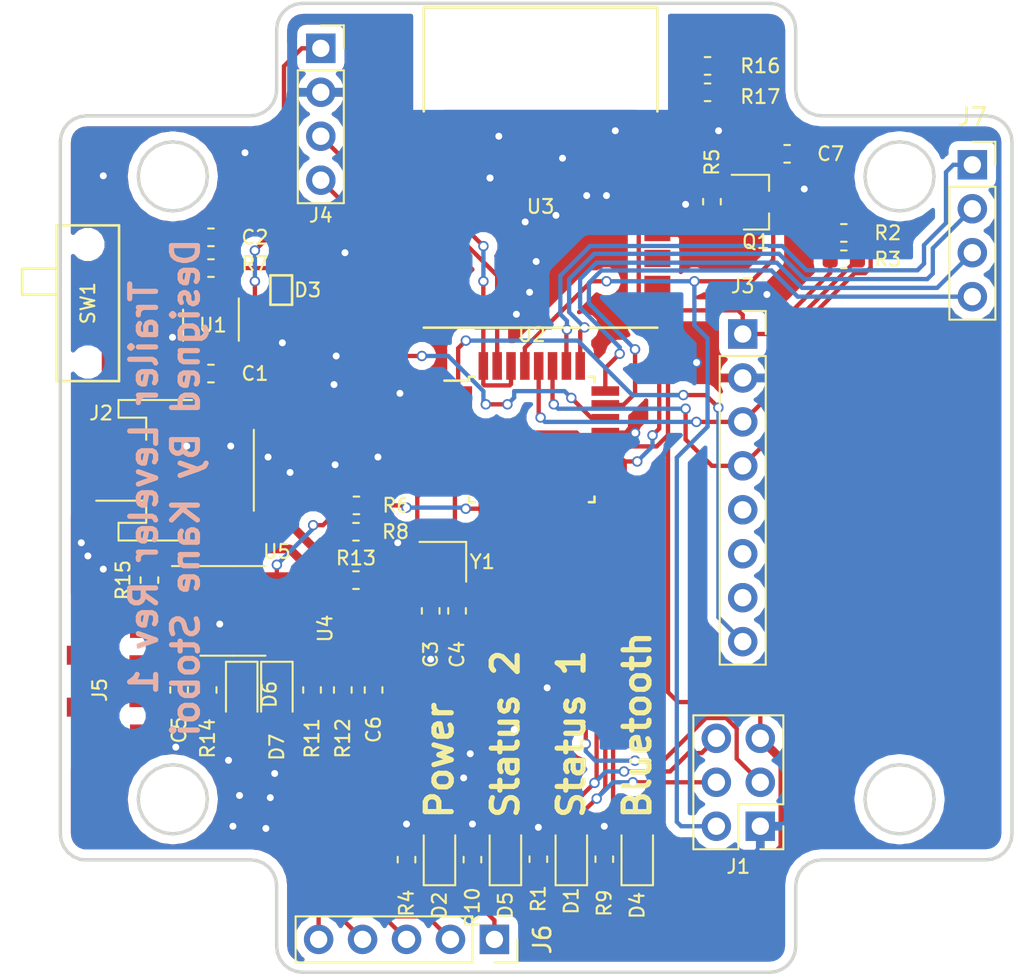
<source format=kicad_pcb>
(kicad_pcb (version 20171130) (host pcbnew "(5.0.2)-1")
  (title_block (title "Trailer Leveler PCB Layout") (rev 1))
  (layers (0 F.Cu signal) (31 B.Cu signal) (34 B.Paste user) (35 F.Paste user) (36 B.SilkS user) (37 F.SilkS user) (38 B.Mask user) (39 F.Mask user) (44 Edge.Cuts user))
  (net 0 "")
  (net 1 "Net-(J5-Pad3)")
  (net 2 "Net-(J5-Pad2)")
  (net 3 GNDD)
  (net 4 3.3V)
  (net 5 "Net-(C3-Pad1)")
  (net 6 VUSB)
  (net 7 "Net-(D1-Pad1)")
  (net 8 MISO)
  (net 9 RST)
  (net 10 SDA)
  (net 11 SCL)
  (net 12 +BATT)
  (net 13 VIN)
  (net 14 "Net-(D4-Pad1)")
  (net 15 -BATT)
  (net 16 "Net-(U3-Pad11)")
  (net 17 "Net-(C6-Pad1)")
  (net 18 "Net-(D5-Pad1)")
  (net 19 "Net-(D6-Pad1)")
  (net 20 "Net-(U3-Pad1)")
  (net 21 "Net-(U3-Pad3)")
  (net 22 "Net-(U3-Pad13)")
  (net 23 "Net-(U3-Pad16)")
  (net 24 "Net-(D2-Pad1)")
  (net 25 "Net-(D3-Pad1)")
  (net 26 "Net-(C4-Pad1)")
  (net 27 SCK)
  (net 28 "Net-(D6-Pad2)")
  (net 29 "Net-(D7-Pad1)")
  (net 30 MOSI)
  (net 31 "Net-(J5-Pad4)")
  (net 32 "Net-(Q1-Pad1)")
  (net 33 "Net-(R5-Pad1)")
  (net 34 "Net-(R6-Pad2)")
  (net 35 "Net-(R13-Pad2)")
  (net 36 "Net-(R15-Pad2)")
  (net 37 "Net-(SW1-Pad3)")
  (net 38 "Net-(U1-Pad4)")
  (net 39 BTTX)
  (net 40 BTRX)
  (net 41 "Net-(U2-Pad2)")
  (net 42 MPU_INT)
  (net 43 "Net-(Y1-Pad2)")
  (net 44 "Net-(Y1-Pad4)")
  (net 45 "Net-(J3-Pad5)")
  (net 46 "Net-(J3-Pad6)")
  (net 47 "Net-(J3-Pad7)")
  (net 48 "Net-(R16-Pad1)")
  (net 49 BT)
  (net 50 pin14)
  (net 51 pin13)
  (net 52 pin12)
  (net 53 pin11)
  (net 54 pin10)
  (net 55 pin26)
  (net 56 pin25)
  (net 57 pin24)
  (net 58 pin23)
  (module USB:USB_Micro_C77238 (layer F.Cu) (at -25.476 11.176 270)
    (fp_text reference J5 (at 0.508 -0.254 270) (layer F.SilkS) (effects (font (size 0.8 0.8) (thickness 0.125))))
    (fp_text value USB_OTG)
    (pad 1 smd rect (at -1.3 -2.87 270) (size 0.4 1.8) (layers F.Cu F.Paste F.Mask) (net 6 VUSB))
    (pad 2 smd rect (at -0.65 -2.87 270) (size 0.4 1.8) (layers F.Cu F.Paste F.Mask) (net 2 "Net-(J5-Pad2)"))
    (pad 3 smd rect (at 0 -2.87 270) (size 0.4 1.8) (layers F.Cu F.Paste F.Mask) (net 1 "Net-(J5-Pad3)"))
    (pad 4 smd rect (at 0.65 -2.87 270) (size 0.4 1.8) (layers F.Cu F.Paste F.Mask) (net 31 "Net-(J5-Pad4)"))
    (pad 5 smd rect (at 1.3 -2.87 270) (size 0.4 1.8) (layers F.Cu F.Paste F.Mask) (net 3 GNDD))
    (pad "" smd rect (at -4.075 0 270) (size 1.35 1.5) (layers F.Cu F.Paste F.Mask))
    (pad "" smd rect (at 4.075 0 270) (size 1.35 1.5) (layers F.Cu F.Paste F.Mask))
    (pad "" smd rect (at -3.25 -2.7 270) (size 1.5 1.4) (layers F.Cu F.Paste F.Mask))
    (pad "" smd rect (at 3.25 -2.7 270) (size 1.5 1.4) (layers F.Cu F.Paste F.Mask))
    (pad "" np_thru_hole circle (at -2 -2.15 270) (size 0.5 0.5) (drill 0.5) (layers *.Cu *.Mask))
    (pad "" np_thru_hole circle (at 2 -2.15 270) (size 0.5 0.5) (drill 0.5) (layers *.Cu *.Mask))
    (pad "" smd rect (at 1.5 1.15 270) (size 1.1 1) (layers F.Cu F.Paste F.Mask))
    (pad "" smd rect (at -1.5 1.15 270) (size 1.1 1) (layers F.Cu F.Paste F.Mask))
  )
  (module Pin_Headers:Pin_Header_Straight_2x03_Pitch2.54mm (layer F.Cu) (at 12.954 19.558 180)
    (fp_text reference J1 (at 1.27 -2.33 180) (layer F.SilkS) (effects (font (size 0.8 0.8) (thickness 0.125))))
    (fp_text value Conn_02x03_Odd_Even)
    (pad 6 thru_hole oval (at 2.54 5.08 180) (size 1.7 1.7) (drill 1) (layers *.Cu *.Mask) (net 8 MISO))
    (pad 5 thru_hole oval (at 0 5.08 180) (size 1.7 1.7) (drill 1) (layers *.Cu *.Mask) (net 4 3.3V))
    (pad 4 thru_hole oval (at 2.54 2.54 180) (size 1.7 1.7) (drill 1) (layers *.Cu *.Mask) (net 27 SCK))
    (pad 3 thru_hole oval (at 0 2.54 180) (size 1.7 1.7) (drill 1) (layers *.Cu *.Mask) (net 30 MOSI))
    (pad 2 thru_hole oval (at 2.54 0 180) (size 1.7 1.7) (drill 1) (layers *.Cu *.Mask) (net 9 RST))
    (pad 1 thru_hole rect (at 0 0 180) (size 1.7 1.7) (drill 1) (layers *.Cu *.Mask) (net 3 GNDD))
  )
  (module Housings_QFP:TQFP-32_7x7mm_Pitch0.8mm (layer F.Cu) (at -0.254 -2.794)
    (fp_text reference U2 (at 0 -6.05) (layer F.SilkS) (effects (font (size 0.8 0.8) (thickness 0.125))))
    (fp_text value ATMEGA328P-AU)
    (pad 32 smd rect (at -2.8 -4.25 90) (size 1.6 0.55) (layers F.Cu F.Paste F.Mask) (net 39 BTTX))
    (pad 31 smd rect (at -2 -4.25 90) (size 1.6 0.55) (layers F.Cu F.Paste F.Mask) (net 40 BTRX))
    (pad 30 smd rect (at -1.2 -4.25 90) (size 1.6 0.55) (layers F.Cu F.Paste F.Mask) (net 39 BTTX))
    (pad 29 smd rect (at -0.4 -4.25 90) (size 1.6 0.55) (layers F.Cu F.Paste F.Mask) (net 9 RST))
    (pad 28 smd rect (at 0.4 -4.25 90) (size 1.6 0.55) (layers F.Cu F.Paste F.Mask) (net 11 SCL))
    (pad 27 smd rect (at 1.2 -4.25 90) (size 1.6 0.55) (layers F.Cu F.Paste F.Mask) (net 10 SDA))
    (pad 26 smd rect (at 2 -4.25 90) (size 1.6 0.55) (layers F.Cu F.Paste F.Mask) (net 55 pin26))
    (pad 25 smd rect (at 2.8 -4.25 90) (size 1.6 0.55) (layers F.Cu F.Paste F.Mask) (net 56 pin25))
    (pad 24 smd rect (at 4.25 -2.8) (size 1.6 0.55) (layers F.Cu F.Paste F.Mask) (net 57 pin24))
    (pad 23 smd rect (at 4.25 -2) (size 1.6 0.55) (layers F.Cu F.Paste F.Mask) (net 58 pin23))
    (pad 22 smd rect (at 4.25 -1.2) (size 1.6 0.55) (layers F.Cu F.Paste F.Mask) (net 25 "Net-(D3-Pad1)"))
    (pad 21 smd rect (at 4.25 -0.4) (size 1.6 0.55) (layers F.Cu F.Paste F.Mask) (net 3 GNDD))
    (pad 20 smd rect (at 4.25 0.4) (size 1.6 0.55) (layers F.Cu F.Paste F.Mask) (net 4 3.3V))
    (pad 19 smd rect (at 4.25 1.2) (size 1.6 0.55) (layers F.Cu F.Paste F.Mask) (net 49 BT))
    (pad 18 smd rect (at 4.25 2) (size 1.6 0.55) (layers F.Cu F.Paste F.Mask) (net 4 3.3V))
    (pad 17 smd rect (at 4.25 2.8) (size 1.6 0.55) (layers F.Cu F.Paste F.Mask) (net 27 SCK))
    (pad 16 smd rect (at 2.8 4.25 90) (size 1.6 0.55) (layers F.Cu F.Paste F.Mask) (net 8 MISO))
    (pad 15 smd rect (at 2 4.25 90) (size 1.6 0.55) (layers F.Cu F.Paste F.Mask) (net 30 MOSI))
    (pad 14 smd rect (at 1.2 4.25 90) (size 1.6 0.55) (layers F.Cu F.Paste F.Mask) (net 50 pin14))
    (pad 13 smd rect (at 0.4 4.25 90) (size 1.6 0.55) (layers F.Cu F.Paste F.Mask) (net 51 pin13))
    (pad 12 smd rect (at -0.4 4.25 90) (size 1.6 0.55) (layers F.Cu F.Paste F.Mask) (net 52 pin12))
    (pad 11 smd rect (at -1.2 4.25 90) (size 1.6 0.55) (layers F.Cu F.Paste F.Mask) (net 53 pin11))
    (pad 10 smd rect (at -2 4.25 90) (size 1.6 0.55) (layers F.Cu F.Paste F.Mask) (net 54 pin10))
    (pad 9 smd rect (at -2.8 4.25 90) (size 1.6 0.55) (layers F.Cu F.Paste F.Mask) (net 34 "Net-(R6-Pad2)"))
    (pad 8 smd rect (at -4.25 2.8) (size 1.6 0.55) (layers F.Cu F.Paste F.Mask) (net 26 "Net-(C4-Pad1)"))
    (pad 7 smd rect (at -4.25 2) (size 1.6 0.55) (layers F.Cu F.Paste F.Mask) (net 5 "Net-(C3-Pad1)"))
    (pad 6 smd rect (at -4.25 1.2) (size 1.6 0.55) (layers F.Cu F.Paste F.Mask) (net 4 3.3V))
    (pad 5 smd rect (at -4.25 0.4) (size 1.6 0.55) (layers F.Cu F.Paste F.Mask) (net 3 GNDD))
    (pad 4 smd rect (at -4.25 -0.4) (size 1.6 0.55) (layers F.Cu F.Paste F.Mask) (net 4 3.3V))
    (pad 3 smd rect (at -4.25 -1.2) (size 1.6 0.55) (layers F.Cu F.Paste F.Mask) (net 3 GNDD))
    (pad 2 smd rect (at -4.25 -2) (size 1.6 0.55) (layers F.Cu F.Paste F.Mask) (net 41 "Net-(U2-Pad2)"))
    (pad 1 smd rect (at -4.25 -2.8) (size 1.6 0.55) (layers F.Cu F.Paste F.Mask) (net 42 MPU_INT))
  )
  (module Crystal:Crystal_SMD_2016-4Pin_2.0x1.6mm (layer F.Cu) (at -5.396 4.276 180)
    (fp_text reference Y1 (at -2.286 0 180) (layer F.SilkS) (effects (font (size 0.8 0.8) (thickness 0.125))))
    (fp_text value Crystal_GND24_Small)
    (pad 1 smd rect (at -0.7 0.55 180) (size 0.9 0.8) (layers F.Cu F.Paste F.Mask) (net 26 "Net-(C4-Pad1)"))
    (pad 2 smd rect (at 0.7 0.55 180) (size 0.9 0.8) (layers F.Cu F.Paste F.Mask) (net 43 "Net-(Y1-Pad2)"))
    (pad 3 smd rect (at 0.7 -0.55 180) (size 0.9 0.8) (layers F.Cu F.Paste F.Mask) (net 5 "Net-(C3-Pad1)"))
    (pad 4 smd rect (at -0.7 -0.55 180) (size 0.9 0.8) (layers F.Cu F.Paste F.Mask) (net 44 "Net-(Y1-Pad4)"))
  )
  (module Capacitor_SMD:C_0603_1608Metric (layer F.Cu) (at -18.796 -6.604 180)
    (fp_text reference C1 (at -2.54 0 180) (layer F.SilkS) (effects (font (size 0.8 0.8) (thickness 0.125))))
    (fp_text value 100nF)
    (pad 1 smd roundrect (at -0.7875 0 180) (size 0.875 0.95) (layers F.Cu F.Paste F.Mask) (net 4 3.3V))
    (pad 2 smd roundrect (at 0.7875 0 180) (size 0.875 0.95) (layers F.Cu F.Paste F.Mask) (net 3 GNDD))
  )
  (module Capacitor_SMD:C_0603_1608Metric (layer F.Cu) (at -18.796 -14.478)
    (fp_text reference C2 (at 2.54 0) (layer F.SilkS) (effects (font (size 0.8 0.8) (thickness 0.125))))
    (fp_text value 100nF)
    (pad 2 smd roundrect (at 0.7875 0) (size 0.875 0.95) (layers F.Cu F.Paste F.Mask) (net 3 GNDD))
    (pad 1 smd roundrect (at -0.7875 0) (size 0.875 0.95) (layers F.Cu F.Paste F.Mask) (net 13 VIN))
  )
  (module Capacitor_SMD:C_0603_1608Metric (layer F.Cu) (at -6.096 7.112 270)
    (fp_text reference C3 (at 2.5145 0 270) (layer F.SilkS) (effects (font (size 0.8 0.8) (thickness 0.125))))
    (fp_text value 10pF)
    (pad 1 smd roundrect (at -0.7875 0 270) (size 0.875 0.95) (layers F.Cu F.Paste F.Mask) (net 5 "Net-(C3-Pad1)"))
    (pad 2 smd roundrect (at 0.7875 0 270) (size 0.875 0.95) (layers F.Cu F.Paste F.Mask) (net 3 GNDD))
  )
  (module Capacitor_SMD:C_0603_1608Metric (layer F.Cu) (at -4.572 7.112 270)
    (fp_text reference C4 (at 2.5145 0 270) (layer F.SilkS) (effects (font (size 0.8 0.8) (thickness 0.125))))
    (fp_text value 10pF)
    (pad 1 smd roundrect (at -0.7875 0 270) (size 0.875 0.95) (layers F.Cu F.Paste F.Mask) (net 26 "Net-(C4-Pad1)"))
    (pad 2 smd roundrect (at 0.7875 0 270) (size 0.875 0.95) (layers F.Cu F.Paste F.Mask) (net 3 GNDD))
  )
  (module Capacitor_SMD:C_0603_1608Metric (layer F.Cu) (at -20.6375 11.684 270)
    (fp_text reference C5 (at 2.3115 0 90) (layer F.SilkS) (effects (font (size 0.8 0.8) (thickness 0.125))))
    (fp_text value 100nF)
    (pad 2 smd roundrect (at 0.7875 0 270) (size 0.875 0.95) (layers F.Cu F.Paste F.Mask) (net 3 GNDD))
    (pad 1 smd roundrect (at -0.7875 0 270) (size 0.875 0.95) (layers F.Cu F.Paste F.Mask) (net 6 VUSB))
  )
  (module Capacitor_SMD:C_0603_1608Metric (layer F.Cu) (at -9.398 11.684 90)
    (fp_text reference C6 (at -2.286 0 90) (layer F.SilkS) (effects (font (size 0.8 0.8) (thickness 0.125))))
    (fp_text value 100nF)
    (pad 2 smd roundrect (at 0.7875 0 90) (size 0.875 0.95) (layers F.Cu F.Paste F.Mask) (net 15 -BATT))
    (pad 1 smd roundrect (at -0.7875 0 90) (size 0.875 0.95) (layers F.Cu F.Paste F.Mask) (net 17 "Net-(C6-Pad1)"))
  )
  (module Diode_SMD:SC-90A (layer F.Cu) (at -14.732 -11.43)
    (fp_text reference D3 (at 1.524 0) (layer F.SilkS) (effects (font (size 0.8 0.8) (thickness 0.125))))
    (fp_text value D_Zener)
    (pad 1 smd rect (at 0 -1.2) (size 0.9 0.9) (layers F.Cu F.Paste F.Mask) (net 25 "Net-(D3-Pad1)"))
    (pad 2 smd rect (at 0 1.2) (size 0.9 0.9) (layers F.Cu F.Paste F.Mask) (net 3 GNDD))
  )
  (module Connector_JST:JST_PH_S2B-PH-SM4-TB_1x02-1MP_P2.00mm_Horizontal (layer F.Cu) (at -20.828 -1.016 90)
    (fp_text reference J2 (at 3.302 -4.318 180) (layer F.SilkS) (effects (font (size 0.8 0.8) (thickness 0.125))))
    (fp_text value Conn_01x02_Female)
    (pad 1 smd roundrect (at -1 -2.85 90) (size 1 3.5) (layers F.Cu F.Paste F.Mask) (net 15 -BATT))
    (pad 2 smd roundrect (at 1 -2.85 90) (size 1 3.5) (layers F.Cu F.Paste F.Mask) (net 12 +BATT))
    (pad MP smd roundrect (at -3.35 2.9 90) (size 1.5 3.4) (layers F.Cu F.Paste F.Mask) (roundrect_rratio 0.166667))
    (pad MP smd roundrect (at 3.35 2.9 90) (size 1.5 3.4) (layers F.Cu F.Paste F.Mask) (roundrect_rratio 0.166667))
  )
  (module Package_TO_SOT_SMD:SOT-23 (layer F.Cu) (at 12.7 -16.51)
    (fp_text reference Q1 (at 0 2.286) (layer F.SilkS) (effects (font (size 0.8 0.8) (thickness 0.125))))
    (fp_text value MMBT3904)
    (pad 1 smd rect (at -1 -0.95) (size 0.9 0.8) (layers F.Cu F.Paste F.Mask) (net 32 "Net-(Q1-Pad1)"))
    (pad 2 smd rect (at -1 0.95) (size 0.9 0.8) (layers F.Cu F.Paste F.Mask) (net 3 GNDD))
    (pad 3 smd rect (at 1 0) (size 0.9 0.8) (layers F.Cu F.Paste F.Mask) (net 9 RST))
  )
  (module Resistor_SMD:R_0603_1608Metric (layer F.Cu) (at 0.127 21.463 270)
    (fp_text reference R1 (at 2.286 0 270) (layer F.SilkS) (effects (font (size 0.8 0.8) (thickness 0.125))))
    (fp_text value 2k)
    (pad 1 smd roundrect (at -0.7875 0 270) (size 0.875 0.95) (layers F.Cu F.Paste F.Mask) (net 3 GNDD))
    (pad 2 smd roundrect (at 0.7875 0 270) (size 0.875 0.95) (layers F.Cu F.Paste F.Mask) (net 7 "Net-(D1-Pad1)"))
  )
  (module Resistor_SMD:R_0603_1608Metric (layer F.Cu) (at 17.78 -14.732)
    (fp_text reference R2 (at 2.54 0) (layer F.SilkS) (effects (font (size 0.8 0.8) (thickness 0.125))))
    (fp_text value 10k)
    (pad 2 smd roundrect (at 0.7875 0) (size 0.875 0.95) (layers F.Cu F.Paste F.Mask) (net 10 SDA))
    (pad 1 smd roundrect (at -0.7875 0) (size 0.875 0.95) (layers F.Cu F.Paste F.Mask) (net 4 3.3V))
  )
  (module Resistor_SMD:R_0603_1608Metric (layer F.Cu) (at 17.78 -13.208)
    (fp_text reference R3 (at 2.54 0) (layer F.SilkS) (effects (font (size 0.8 0.8) (thickness 0.125))))
    (fp_text value 10k)
    (pad 1 smd roundrect (at -0.7875 0) (size 0.875 0.95) (layers F.Cu F.Paste F.Mask) (net 4 3.3V))
    (pad 2 smd roundrect (at 0.7875 0) (size 0.875 0.95) (layers F.Cu F.Paste F.Mask) (net 11 SCL))
  )
  (module Resistor_SMD:R_0603_1608Metric (layer F.Cu) (at -7.493 21.4885 270)
    (fp_text reference R4 (at 2.5145 0 270) (layer F.SilkS) (effects (font (size 0.8 0.8) (thickness 0.125))))
    (fp_text value 2k)
    (pad 2 smd roundrect (at 0.7875 0 270) (size 0.875 0.95) (layers F.Cu F.Paste F.Mask) (net 24 "Net-(D2-Pad1)"))
    (pad 1 smd roundrect (at -0.7875 0 270) (size 0.875 0.95) (layers F.Cu F.Paste F.Mask) (net 3 GNDD))
  )
  (module Resistor_SMD:R_0603_1608Metric (layer F.Cu) (at 10.16 -16.5355 270)
    (fp_text reference R5 (at -2.286 0 270) (layer F.SilkS) (effects (font (size 0.8 0.8) (thickness 0.125))))
    (fp_text value 2k)
    (pad 2 smd roundrect (at 0.7875 0 270) (size 0.875 0.95) (layers F.Cu F.Paste F.Mask) (net 32 "Net-(Q1-Pad1)"))
    (pad 1 smd roundrect (at -0.7875 0 270) (size 0.875 0.95) (layers F.Cu F.Paste F.Mask) (net 33 "Net-(R5-Pad1)"))
  )
  (module Resistor_SMD:R_0603_1608Metric (layer F.Cu) (at -10.3885 1.016)
    (fp_text reference R6 (at 2.286 0) (layer F.SilkS) (effects (font (size 0.8 0.8) (thickness 0.125))))
    (fp_text value 2k)
    (pad 1 smd roundrect (at -0.7875 0) (size 0.875 0.95) (layers F.Cu F.Paste F.Mask) (net 6 VUSB))
    (pad 2 smd roundrect (at 0.7875 0) (size 0.875 0.95) (layers F.Cu F.Paste F.Mask) (net 34 "Net-(R6-Pad2)"))
  )
  (module Resistor_SMD:R_0603_1608Metric (layer F.Cu) (at -18.796 -12.7 180)
    (fp_text reference R7 (at -2.54 0.254 180) (layer F.SilkS) (effects (font (size 0.8 0.8) (thickness 0.125))))
    (fp_text value 47)
    (pad 1 smd roundrect (at -0.7875 0 180) (size 0.875 0.95) (layers F.Cu F.Paste F.Mask) (net 25 "Net-(D3-Pad1)"))
    (pad 2 smd roundrect (at 0.7875 0 180) (size 0.875 0.95) (layers F.Cu F.Paste F.Mask) (net 13 VIN))
  )
  (module Resistor_SMD:R_0603_1608Metric (layer F.Cu) (at -10.414 2.54 180)
    (fp_text reference R8 (at -2.286 0 180) (layer F.SilkS) (effects (font (size 0.8 0.8) (thickness 0.125))))
    (fp_text value 2k)
    (pad 2 smd roundrect (at 0.7875 0 180) (size 0.875 0.95) (layers F.Cu F.Paste F.Mask) (net 34 "Net-(R6-Pad2)"))
    (pad 1 smd roundrect (at -0.7875 0 180) (size 0.875 0.95) (layers F.Cu F.Paste F.Mask) (net 3 GNDD))
  )
  (module Resistor_SMD:R_0603_1608Metric (layer F.Cu) (at 3.937 21.463 270)
    (fp_text reference R9 (at 2.54 0 270) (layer F.SilkS) (effects (font (size 0.8 0.8) (thickness 0.125))))
    (fp_text value 2k)
    (pad 2 smd roundrect (at 0.7875 0 270) (size 0.875 0.95) (layers F.Cu F.Paste F.Mask) (net 14 "Net-(D4-Pad1)"))
    (pad 1 smd roundrect (at -0.7875 0 270) (size 0.875 0.95) (layers F.Cu F.Paste F.Mask) (net 3 GNDD))
  )
  (module Resistor_SMD:R_0603_1608Metric (layer F.Cu) (at -3.683 21.4885 270)
    (fp_text reference R10 (at 2.7685 0 270) (layer F.SilkS) (effects (font (size 0.8 0.8) (thickness 0.125))))
    (fp_text value 2k)
    (pad 1 smd roundrect (at -0.7875 0 270) (size 0.875 0.95) (layers F.Cu F.Paste F.Mask) (net 3 GNDD))
    (pad 2 smd roundrect (at 0.7875 0 270) (size 0.875 0.95) (layers F.Cu F.Paste F.Mask) (net 18 "Net-(D5-Pad1)"))
  )
  (module Resistor_SMD:R_0603_1608Metric (layer F.Cu) (at -12.954 11.684 90)
    (fp_text reference R11 (at -2.794 0 90) (layer F.SilkS) (effects (font (size 0.8 0.8) (thickness 0.125))))
    (fp_text value 2k)
    (pad 1 smd roundrect (at -0.7875 0 90) (size 0.875 0.95) (layers F.Cu F.Paste F.Mask) (net 17 "Net-(C6-Pad1)"))
    (pad 2 smd roundrect (at 0.7875 0 90) (size 0.875 0.95) (layers F.Cu F.Paste F.Mask) (net 12 +BATT))
  )
  (module Resistor_SMD:R_0603_1608Metric (layer F.Cu) (at -11.176 11.684 90)
    (fp_text reference R12 (at -2.794 0 90) (layer F.SilkS) (effects (font (size 0.8 0.8) (thickness 0.125))))
    (fp_text value 2k)
    (pad 2 smd roundrect (at 0.7875 0 90) (size 0.875 0.95) (layers F.Cu F.Paste F.Mask) (net 12 +BATT))
    (pad 1 smd roundrect (at -0.7875 0 90) (size 0.875 0.95) (layers F.Cu F.Paste F.Mask) (net 17 "Net-(C6-Pad1)"))
  )
  (module Resistor_SMD:R_0603_1608Metric (layer F.Cu) (at -10.414 5.334)
    (fp_text reference R13 (at 0 -1.27) (layer F.SilkS) (effects (font (size 0.8 0.8) (thickness 0.125))))
    (fp_text value 2k)
    (pad 2 smd roundrect (at 0.7875 0) (size 0.875 0.95) (layers F.Cu F.Paste F.Mask) (net 35 "Net-(R13-Pad2)"))
    (pad 1 smd roundrect (at -0.7875 0) (size 0.875 0.95) (layers F.Cu F.Paste F.Mask) (net 3 GNDD))
  )
  (module Resistor_SMD:R_0603_1608Metric (layer F.Cu) (at -18.9865 11.684 90)
    (fp_text reference R14 (at -2.794 0 270) (layer F.SilkS) (effects (font (size 0.8 0.8) (thickness 0.125))))
    (fp_text value 2k)
    (pad 1 smd roundrect (at -0.7875 0 90) (size 0.875 0.95) (layers F.Cu F.Paste F.Mask) (net 28 "Net-(D6-Pad2)"))
    (pad 2 smd roundrect (at 0.7875 0 90) (size 0.875 0.95) (layers F.Cu F.Paste F.Mask) (net 6 VUSB))
  )
  (module Resistor_SMD:R_0603_1608Metric (layer F.Cu) (at -22.352 5.334 270)
    (fp_text reference R15 (at 0 1.524 270) (layer F.SilkS) (effects (font (size 0.8 0.8) (thickness 0.125))))
    (fp_text value 2k)
    (pad 1 smd roundrect (at -0.7875 0 270) (size 0.875 0.95) (layers F.Cu F.Paste F.Mask) (net 3 GNDD))
    (pad 2 smd roundrect (at 0.7875 0 270) (size 0.875 0.95) (layers F.Cu F.Paste F.Mask) (net 36 "Net-(R15-Pad2)"))
  )
  (module Switches:JS102011SAQN (layer F.Cu) (at -25.908 -10.668 270)
    (fp_text reference SW1 (at 0 0 270) (layer F.SilkS) (effects (font (size 0.8 0.8) (thickness 0.125))))
    (fp_text value SW_SPDT)
    (pad 1 smd rect (at -2.5 -2.75 270) (size 1.2 2.5) (layers F.Cu F.Paste F.Mask) (net 12 +BATT))
    (pad 2 smd rect (at 0 -2.75 270) (size 1.2 2.5) (layers F.Cu F.Paste F.Mask) (net 13 VIN))
    (pad 3 smd rect (at 2.5 -2.75 270) (size 1.2 2.5) (layers F.Cu F.Paste F.Mask) (net 37 "Net-(SW1-Pad3)"))
    (pad "" np_thru_hole circle (at -3.4 0 270) (size 0.9 0.9) (drill 0.9) (layers *.Cu *.Mask))
    (pad "" np_thru_hole circle (at 3.4 0 270) (size 0.9 0.9) (drill 0.9) (layers *.Cu *.Mask))
  )
  (module Package_TO_SOT_SMD:SOT-23-5 (layer F.Cu) (at -18.796 -9.398 270)
    (fp_text reference U1 (at 0 -0.113332 180) (layer F.SilkS) (effects (font (size 0.8 0.8) (thickness 0.125))))
    (fp_text value TLV70233_SOT23-5)
    (pad 1 smd rect (at -1.1 -0.95 270) (size 1.06 0.65) (layers F.Cu F.Paste F.Mask) (net 13 VIN))
    (pad 2 smd rect (at -1.1 0 270) (size 1.06 0.65) (layers F.Cu F.Paste F.Mask) (net 3 GNDD))
    (pad 3 smd rect (at -1.1 0.95 270) (size 1.06 0.65) (layers F.Cu F.Paste F.Mask) (net 13 VIN))
    (pad 4 smd rect (at 1.1 0.95 270) (size 1.06 0.65) (layers F.Cu F.Paste F.Mask) (net 38 "Net-(U1-Pad4)"))
    (pad 5 smd rect (at 1.1 -0.95 270) (size 1.06 0.65) (layers F.Cu F.Paste F.Mask) (net 4 3.3V))
  )
  (module HM-11:HM-11 (layer F.Cu) (at 0.254 -16.256)
    (fp_text reference U3 (at 0 0) (layer F.SilkS) (effects (font (size 0.8 0.8) (thickness 0.125))))
    (fp_text value HM-11)
    (pad 1 smd rect (at -6.75 -4.5) (size 1.5 1) (layers F.Cu F.Paste F.Mask) (net 20 "Net-(U3-Pad1)"))
    (pad 2 smd rect (at -6.75 -3) (size 1.5 1) (layers F.Cu F.Paste F.Mask) (net 39 BTTX))
    (pad 3 smd rect (at -6.75 -1.5) (size 1.5 1) (layers F.Cu F.Paste F.Mask) (net 21 "Net-(U3-Pad3)"))
    (pad 4 smd rect (at -6.75 0) (size 1.5 1) (layers F.Cu F.Paste F.Mask) (net 40 BTRX))
    (pad 5 smd rect (at -6.75 1.5) (size 1.5 1) (layers F.Cu F.Paste F.Mask))
    (pad 6 smd rect (at -6.75 3) (size 1.5 1) (layers F.Cu F.Paste F.Mask))
    (pad 7 smd rect (at -6.75 4.5) (size 1.5 1) (layers F.Cu F.Paste F.Mask))
    (pad 8 smd rect (at -6.75 6) (size 1.5 1) (layers F.Cu F.Paste F.Mask))
    (pad 9 smd rect (at 6.75 6) (size 1.5 1) (layers F.Cu F.Paste F.Mask) (net 4 3.3V))
    (pad 10 smd rect (at 6.75 4.5) (size 1.5 1) (layers F.Cu F.Paste F.Mask))
    (pad 11 smd rect (at 6.75 3) (size 1.5 1) (layers F.Cu F.Paste F.Mask) (net 16 "Net-(U3-Pad11)"))
    (pad 12 smd rect (at 6.75 1.5) (size 1.5 1) (layers F.Cu F.Paste F.Mask) (net 3 GNDD))
    (pad 13 smd rect (at 6.75 0) (size 1.5 1) (layers F.Cu F.Paste F.Mask) (net 22 "Net-(U3-Pad13)"))
    (pad 14 smd rect (at 6.75 -1.5) (size 1.5 1) (layers F.Cu F.Paste F.Mask) (net 33 "Net-(R5-Pad1)"))
    (pad 15 smd rect (at 6.75 -3) (size 1.5 1) (layers F.Cu F.Paste F.Mask) (net 49 BT))
    (pad 16 smd rect (at 6.75 -4.5) (size 1.5 1) (layers F.Cu F.Paste F.Mask) (net 23 "Net-(U3-Pad16)"))
  )
  (module DFN:U-DFN2030-6 (layer F.Cu) (at -10.668 8.128 90)
    (fp_text reference U4 (at 0 -1.524 270) (layer F.SilkS) (effects (font (size 0.8 0.8) (thickness 0.125))))
    (fp_text value AP9211)
    (pad "" smd rect (at 0 -0.0245) (size 1.8 1.8) (layers F.Cu F.Paste F.Mask))
    (pad 1 smd rect (at -1.35 -0.6005) (size 0.75 0.5) (layers F.Cu F.Paste F.Mask) (net 15 -BATT))
    (pad 2 smd rect (at -1.35 0.1755) (size 0.4 0.5) (layers F.Cu F.Paste F.Mask) (net 15 -BATT))
    (pad 6 smd rect (at 1.35 -0.6005) (size 0.75 0.5) (layers F.Cu F.Paste F.Mask) (net 3 GNDD))
    (pad 3 smd rect (at -1.35 0.7755) (size 0.4 0.5) (layers F.Cu F.Paste F.Mask) (net 17 "Net-(C6-Pad1)"))
    (pad 4 smd rect (at 1.35 0.7755) (size 0.4 0.5) (layers F.Cu F.Paste F.Mask))
    (pad 5 smd rect (at 1.35 0.1755) (size 0.4 0.5) (layers F.Cu F.Paste F.Mask) (net 35 "Net-(R13-Pad2)"))
  )
  (module Package_SO:SOP-8_3.76x4.96mm_P1.27mm (layer F.Cu) (at -17.526 7.112)
    (fp_text reference U5 (at 2.54 -3.43) (layer F.SilkS) (effects (font (size 0.8 0.8) (thickness 0.125))))
    (fp_text value TP4056)
    (pad 1 smd roundrect (at -2.5375 -1.905) (size 1.975 0.65) (layers F.Cu F.Paste F.Mask) (net 3 GNDD))
    (pad 2 smd roundrect (at -2.5375 -0.635) (size 1.975 0.65) (layers F.Cu F.Paste F.Mask) (net 36 "Net-(R15-Pad2)"))
    (pad 3 smd roundrect (at -2.5375 0.635) (size 1.975 0.65) (layers F.Cu F.Paste F.Mask) (net 3 GNDD))
    (pad 4 smd roundrect (at -2.5375 1.905) (size 1.975 0.65) (layers F.Cu F.Paste F.Mask) (net 6 VUSB))
    (pad 5 smd roundrect (at 2.5375 1.905) (size 1.975 0.65) (layers F.Cu F.Paste F.Mask) (net 12 +BATT))
    (pad 6 smd roundrect (at 2.5375 0.635) (size 1.975 0.65) (layers F.Cu F.Paste F.Mask) (net 29 "Net-(D7-Pad1)"))
    (pad 7 smd roundrect (at 2.5375 -0.635) (size 1.975 0.65) (layers F.Cu F.Paste F.Mask) (net 19 "Net-(D6-Pad1)"))
    (pad 8 smd roundrect (at 2.5375 -1.905) (size 1.975 0.65) (layers F.Cu F.Paste F.Mask) (net 6 VUSB))
  )
  (module Connector_PinSocket_2.54mm:PinSocket_1x08_P2.54mm_Vertical (layer F.Cu) (at 11.938 -8.89)
    (fp_text reference J3 (at 0 -2.77) (layer F.SilkS) (effects (font (size 0.8 0.8) (thickness 0.125))))
    (fp_text value Conn_01x08_Female)
    (pad 1 thru_hole rect (at 0 0) (size 1.7 1.7) (drill 1) (layers *.Cu *.Mask) (net 4 3.3V))
    (pad 2 thru_hole oval (at 0 2.54) (size 1.7 1.7) (drill 1) (layers *.Cu *.Mask) (net 3 GNDD))
    (pad 3 thru_hole oval (at 0 5.08) (size 1.7 1.7) (drill 1) (layers *.Cu *.Mask) (net 11 SCL))
    (pad 4 thru_hole oval (at 0 7.62) (size 1.7 1.7) (drill 1) (layers *.Cu *.Mask) (net 10 SDA))
    (pad 5 thru_hole oval (at 0 10.16) (size 1.7 1.7) (drill 1) (layers *.Cu *.Mask) (net 45 "Net-(J3-Pad5)"))
    (pad 6 thru_hole oval (at 0 12.7) (size 1.7 1.7) (drill 1) (layers *.Cu *.Mask) (net 46 "Net-(J3-Pad6)"))
    (pad 7 thru_hole oval (at 0 15.24) (size 1.7 1.7) (drill 1) (layers *.Cu *.Mask) (net 47 "Net-(J3-Pad7)"))
    (pad 8 thru_hole oval (at 0 17.78) (size 1.7 1.7) (drill 1) (layers *.Cu *.Mask) (net 42 MPU_INT))
  )
  (module Connector_PinSocket_2.54mm:PinSocket_1x04_P2.54mm_Vertical (layer F.Cu) (at -12.446 -25.4)
    (fp_text reference J4 (at 0 9.652) (layer F.SilkS) (effects (font (size 0.8 0.8) (thickness 0.125))))
    (fp_text value Conn_01x04_Female)
    (pad 1 thru_hole rect (at 0 0) (size 1.7 1.7) (drill 1) (layers *.Cu *.Mask) (net 4 3.3V))
    (pad 2 thru_hole oval (at 0 2.54) (size 1.7 1.7) (drill 1) (layers *.Cu *.Mask) (net 3 GNDD))
    (pad 3 thru_hole oval (at 0 5.08) (size 1.7 1.7) (drill 1) (layers *.Cu *.Mask) (net 39 BTTX))
    (pad 4 thru_hole oval (at 0 7.62) (size 1.7 1.7) (drill 1) (layers *.Cu *.Mask) (net 40 BTRX))
  )
  (module Capacitor_SMD:C_0603_1608Metric (layer F.Cu) (at 14.5035 -19.304)
    (fp_text reference C7 (at 2.5145 0) (layer F.SilkS) (effects (font (size 0.8 0.8) (thickness 0.125))))
    (fp_text value 100nF)
    (pad 1 smd roundrect (at -0.7875 0) (size 0.875 0.95) (layers F.Cu F.Paste F.Mask) (net 9 RST))
    (pad 2 smd roundrect (at 0.7875 0) (size 0.875 0.95) (layers F.Cu F.Paste F.Mask) (net 3 GNDD))
  )
  (module Resistor_SMD:R_0603_1608Metric (layer F.Cu) (at 9.906 -24.384)
    (fp_text reference R16 (at 3.048 0) (layer F.SilkS) (effects (font (size 0.8 0.8) (thickness 0.125))))
    (fp_text value 2k)
    (pad 2 smd roundrect (at 0.7875 0) (size 0.875 0.95) (layers F.Cu F.Paste F.Mask) (net 4 3.3V))
    (pad 1 smd roundrect (at -0.7875 0) (size 0.875 0.95) (layers F.Cu F.Paste F.Mask) (net 48 "Net-(R16-Pad1)"))
  )
  (module Resistor_SMD:R_0603_1608Metric (layer F.Cu) (at 9.906 -22.86 180)
    (fp_text reference R17 (at -3.048 -0.254 180) (layer F.SilkS) (effects (font (size 0.8 0.8) (thickness 0.125))))
    (fp_text value 2k)
    (pad 1 smd roundrect (at -0.7875 0 180) (size 0.875 0.95) (layers F.Cu F.Paste F.Mask) (net 9 RST))
    (pad 2 smd roundrect (at 0.7875 0 180) (size 0.875 0.95) (layers F.Cu F.Paste F.Mask) (net 48 "Net-(R16-Pad1)"))
  )
  (module LED_SMD:LED_0805_2012Metric_Castellated (layer F.Cu) (at 2.032 21.082 90)
    (fp_text reference D1 (at -2.794 0 90) (layer F.SilkS) (effects (font (size 0.8 0.8) (thickness 0.125))))
    (fp_text value LED)
    (pad 2 smd roundrect (at 0.9625 0 90) (size 1.325 1.3) (layers F.Cu F.Paste F.Mask) (roundrect_rratio 0.192308) (net 27 SCK))
    (pad 1 smd roundrect (at -0.9625 0 90) (size 1.325 1.3) (layers F.Cu F.Paste F.Mask) (roundrect_rratio 0.192308) (net 7 "Net-(D1-Pad1)"))
  )
  (module LED_SMD:LED_0805_2012Metric_Castellated (layer F.Cu) (at -5.588 21.082 90)
    (fp_text reference D2 (at -3.048 0 90) (layer F.SilkS) (effects (font (size 0.8 0.8) (thickness 0.125))))
    (fp_text value LED)
    (pad 2 smd roundrect (at 0.9625 0 90) (size 1.325 1.3) (layers F.Cu F.Paste F.Mask) (roundrect_rratio 0.192308) (net 4 3.3V))
    (pad 1 smd roundrect (at -0.9625 0 90) (size 1.325 1.3) (layers F.Cu F.Paste F.Mask) (roundrect_rratio 0.192308) (net 24 "Net-(D2-Pad1)"))
  )
  (module LED_SMD:LED_0805_2012Metric_Castellated (layer F.Cu) (at 5.842 21.082 90)
    (fp_text reference D4 (at -3.048 0 90) (layer F.SilkS) (effects (font (size 0.8 0.8) (thickness 0.125))))
    (fp_text value LED)
    (pad 1 smd roundrect (at -0.9625 0 90) (size 1.325 1.3) (layers F.Cu F.Paste F.Mask) (roundrect_rratio 0.192308) (net 14 "Net-(D4-Pad1)"))
    (pad 2 smd roundrect (at 0.9625 0 90) (size 1.325 1.3) (layers F.Cu F.Paste F.Mask) (roundrect_rratio 0.192308) (net 49 BT))
  )
  (module LED_SMD:LED_0805_2012Metric_Castellated (layer F.Cu) (at -1.778 21.082 90)
    (fp_text reference D5 (at -3.048 0 90) (layer F.SilkS) (effects (font (size 0.8 0.8) (thickness 0.125))))
    (fp_text value LED)
    (pad 1 smd roundrect (at -0.9625 0 90) (size 1.325 1.3) (layers F.Cu F.Paste F.Mask) (roundrect_rratio 0.192308) (net 18 "Net-(D5-Pad1)"))
    (pad 2 smd roundrect (at 0.9625 0 90) (size 1.325 1.3) (layers F.Cu F.Paste F.Mask) (roundrect_rratio 0.192308) (net 8 MISO))
  )
  (module LED_SMD:LED_0805_2012Metric_Castellated (layer F.Cu) (at -17.018 11.938 270)
    (fp_text reference D6 (at 0 -1.6 270) (layer F.SilkS) (effects (font (size 0.8 0.8) (thickness 0.125))))
    (fp_text value LED)
    (pad 1 smd roundrect (at -0.9625 0 270) (size 1.325 1.3) (layers F.Cu F.Paste F.Mask) (roundrect_rratio 0.192308) (net 19 "Net-(D6-Pad1)"))
    (pad 2 smd roundrect (at 0.9625 0 270) (size 1.325 1.3) (layers F.Cu F.Paste F.Mask) (roundrect_rratio 0.192308) (net 28 "Net-(D6-Pad2)"))
  )
  (module LED_SMD:LED_0805_2012Metric_Castellated (layer F.Cu) (at -14.986 11.938 270)
    (fp_text reference D7 (at 3.048 0 270) (layer F.SilkS) (effects (font (size 0.8 0.8) (thickness 0.125))))
    (fp_text value LED)
    (pad 2 smd roundrect (at 0.9625 0 270) (size 1.325 1.3) (layers F.Cu F.Paste F.Mask) (roundrect_rratio 0.192308) (net 28 "Net-(D6-Pad2)"))
    (pad 1 smd roundrect (at -0.9625 0 270) (size 1.325 1.3) (layers F.Cu F.Paste F.Mask) (roundrect_rratio 0.192308) (net 29 "Net-(D7-Pad1)"))
  )
  (module Connector_PinSocket_2.54mm:PinSocket_1x05_P2.54mm_Vertical (layer F.Cu) (at -2.413 26.0985 270)
    (fp_text reference J6 (at 0 -2.77 270) (layer F.SilkS))
    (fp_text value Conn_01x05)
    (pad 1 thru_hole rect (at 0 0 270) (size 1.7 1.7) (drill 1) (layers *.Cu *.Mask) (net 50 pin14))
    (pad 2 thru_hole oval (at 0 2.54 270) (size 1.7 1.7) (drill 1) (layers *.Cu *.Mask) (net 51 pin13))
    (pad 3 thru_hole oval (at 0 5.08 270) (size 1.7 1.7) (drill 1) (layers *.Cu *.Mask) (net 52 pin12))
    (pad 4 thru_hole oval (at 0 7.62 270) (size 1.7 1.7) (drill 1) (layers *.Cu *.Mask) (net 53 pin11))
    (pad 5 thru_hole oval (at 0 10.16 270) (size 1.7 1.7) (drill 1) (layers *.Cu *.Mask) (net 54 pin10))
  )
  (module Connector_PinSocket_2.54mm:PinSocket_1x04_P2.54mm_Vertical (layer F.Cu) (at 25.2095 -18.669)
    (fp_text reference J7 (at 0 -2.77) (layer F.SilkS))
    (fp_text value Conn_01x04)
    (pad 1 thru_hole rect (at 0 0) (size 1.7 1.7) (drill 1) (layers *.Cu *.Mask) (net 55 pin26))
    (pad 2 thru_hole oval (at 0 2.54) (size 1.7 1.7) (drill 1) (layers *.Cu *.Mask) (net 56 pin25))
    (pad 3 thru_hole oval (at 0 5.08) (size 1.7 1.7) (drill 1) (layers *.Cu *.Mask) (net 57 pin24))
    (pad 4 thru_hole oval (at 0 7.62) (size 1.7 1.7) (drill 1) (layers *.Cu *.Mask) (net 58 pin23))
  )
  (gr_text "Trailer Leveler Rev 1\nDesigned By Kane Stoboi\n" (at -21.463 0 90) (layer B.SilkS) (effects (font (size 1.5 1.5) (thickness 0.3)) (justify mirror)))
  (gr_text Bluetooth (at 5.842 13.716 90) (layer F.SilkS) (effects (font (size 1.5 1.5) (thickness 0.3))))
  (gr_text "Status 2" (at -1.778 14.224 90) (layer F.SilkS) (effects (font (size 1.5 1.5) (thickness 0.3))))
  (gr_text "Status 1" (at 2.032 14.224 90) (layer F.SilkS) (effects (font (size 1.5 1.5) (thickness 0.3))))
  (gr_text Power (at -5.588 15.748 90) (layer F.SilkS) (effects (font (size 1.5 1.5) (thickness 0.3))))
  (gr_line (start -19.267949 19) (end -19.068148 18.517638) (layer Edge.Cuts) (width 0.2))
  (gr_line (start -20 19.732051) (end -19.585786 19.414214) (layer Edge.Cuts) (width 0.2))
  (gr_line (start -20.482362 19.931852) (end -20 19.732051) (layer Edge.Cuts) (width 0.2))
  (gr_line (start -22.931852 -18.517638) (end -23 -18) (layer Edge.Cuts) (width 0.2))
  (gr_line (start -19.267949 17) (end -19.585786 16.585786) (layer Edge.Cuts) (width 0.2))
  (gr_line (start -20.482362 -19.931852) (end -21 -20) (layer Edge.Cuts) (width 0.2))
  (gr_line (start -19.068148 17.482362) (end -19.267949 17) (layer Edge.Cuts) (width 0.2))
  (gr_line (start -19.585786 19.414214) (end -19.267949 19) (layer Edge.Cuts) (width 0.2))
  (gr_line (start -22.732051 -17) (end -22.414214 -16.585786) (layer Edge.Cuts) (width 0.2))
  (gr_line (start -22.931852 -17.482362) (end -22.732051 -17) (layer Edge.Cuts) (width 0.2))
  (gr_line (start -23 -18) (end -22.931852 -17.482362) (layer Edge.Cuts) (width 0.2))
  (gr_line (start -22.414214 -19.414214) (end -22.732051 -19) (layer Edge.Cuts) (width 0.2))
  (gr_line (start -22.732051 -19) (end -22.931852 -18.517638) (layer Edge.Cuts) (width 0.2))
  (gr_line (start -20 -19.732051) (end -20.482362 -19.931852) (layer Edge.Cuts) (width 0.2))
  (gr_line (start -22 -19.732051) (end -22.414214 -19.414214) (layer Edge.Cuts) (width 0.2))
  (gr_line (start -21.517638 19.931852) (end -21 20) (layer Edge.Cuts) (width 0.2))
  (gr_line (start -22 19.732051) (end -21.517638 19.931852) (layer Edge.Cuts) (width 0.2))
  (gr_line (start -21.517638 -19.931852) (end -22 -19.732051) (layer Edge.Cuts) (width 0.2))
  (gr_line (start -19.585786 -19.414214) (end -20 -19.732051) (layer Edge.Cuts) (width 0.2))
  (gr_line (start -21 -20) (end -21.517638 -19.931852) (layer Edge.Cuts) (width 0.2))
  (gr_line (start -21 20) (end -20.482362 19.931852) (layer Edge.Cuts) (width 0.2))
  (gr_line (start -19 18) (end -19.068148 17.482362) (layer Edge.Cuts) (width 0.2))
  (gr_line (start -19.068148 18.517638) (end -19 18) (layer Edge.Cuts) (width 0.2))
  (gr_line (start 22.732051 17) (end 22.414214 16.585786) (layer Edge.Cuts) (width 0.2))
  (gr_line (start 19.267949 17) (end 19.068148 17.482362) (layer Edge.Cuts) (width 0.2))
  (gr_line (start -21.517638 16.068148) (end -22 16.267949) (layer Edge.Cuts) (width 0.2))
  (gr_line (start 20.482362 16.068148) (end 20 16.267949) (layer Edge.Cuts) (width 0.2))
  (gr_line (start -21 16) (end -21.517638 16.068148) (layer Edge.Cuts) (width 0.2))
  (gr_line (start 22 16.267949) (end 21.517638 16.068148) (layer Edge.Cuts) (width 0.2))
  (gr_line (start -20.482362 16.068148) (end -21 16) (layer Edge.Cuts) (width 0.2))
  (gr_line (start -22.732051 17) (end -22.931852 17.482362) (layer Edge.Cuts) (width 0.2))
  (gr_line (start -20 16.267949) (end -20.482362 16.068148) (layer Edge.Cuts) (width 0.2))
  (gr_line (start 19.068148 17.482362) (end 19 18) (layer Edge.Cuts) (width 0.2))
  (gr_line (start 21 16) (end 20.482362 16.068148) (layer Edge.Cuts) (width 0.2))
  (gr_line (start -22.414214 19.414214) (end -22 19.732051) (layer Edge.Cuts) (width 0.2))
  (gr_line (start 20 16.267949) (end 19.585786 16.585786) (layer Edge.Cuts) (width 0.2))
  (gr_line (start -22.732051 19) (end -22.414214 19.414214) (layer Edge.Cuts) (width 0.2))
  (gr_line (start -22.931852 18.517638) (end -22.732051 19) (layer Edge.Cuts) (width 0.2))
  (gr_line (start 19.585786 16.585786) (end 19.267949 17) (layer Edge.Cuts) (width 0.2))
  (gr_line (start -23 18) (end -22.931852 18.517638) (layer Edge.Cuts) (width 0.2))
  (gr_line (start 22.414214 16.585786) (end 22 16.267949) (layer Edge.Cuts) (width 0.2))
  (gr_line (start 21.517638 16.068148) (end 21 16) (layer Edge.Cuts) (width 0.2))
  (gr_line (start -22.414214 16.585786) (end -22.732051 17) (layer Edge.Cuts) (width 0.2))
  (gr_line (start -22 16.267949) (end -22.414214 16.585786) (layer Edge.Cuts) (width 0.2))
  (gr_line (start -19.585786 16.585786) (end -20 16.267949) (layer Edge.Cuts) (width 0.2))
  (gr_line (start -22.931852 17.482362) (end -23 18) (layer Edge.Cuts) (width 0.2))
  (gr_line (start 21 -16) (end 21.517638 -16.068148) (layer Edge.Cuts) (width 0.2))
  (gr_line (start 19.267949 19) (end 19.585786 19.414214) (layer Edge.Cuts) (width 0.2))
  (gr_line (start 19.267949 -17) (end 19.585786 -16.585786) (layer Edge.Cuts) (width 0.2))
  (gr_line (start 21.517638 19.931852) (end 22 19.732051) (layer Edge.Cuts) (width 0.2))
  (gr_line (start 19.585786 -16.585786) (end 20 -16.267949) (layer Edge.Cuts) (width 0.2))
  (gr_line (start 22 -16.267949) (end 22.414214 -16.585786) (layer Edge.Cuts) (width 0.2))
  (gr_line (start 20 19.732051) (end 20.482362 19.931852) (layer Edge.Cuts) (width 0.2))
  (gr_line (start 21.517638 -16.068148) (end 22 -16.267949) (layer Edge.Cuts) (width 0.2))
  (gr_line (start 20.482362 -16.068148) (end 21 -16) (layer Edge.Cuts) (width 0.2))
  (gr_line (start 23 18) (end 22.931852 17.482362) (layer Edge.Cuts) (width 0.2))
  (gr_line (start 22.414214 -16.585786) (end 22.732051 -17) (layer Edge.Cuts) (width 0.2))
  (gr_line (start 19 18) (end 19.068148 18.517638) (layer Edge.Cuts) (width 0.2))
  (gr_line (start 22.414214 19.414214) (end 22.732051 19) (layer Edge.Cuts) (width 0.2))
  (gr_line (start 22.732051 -17) (end 22.931852 -17.482362) (layer Edge.Cuts) (width 0.2))
  (gr_line (start 22.931852 17.482362) (end 22.732051 17) (layer Edge.Cuts) (width 0.2))
  (gr_line (start 19.585786 19.414214) (end 20 19.732051) (layer Edge.Cuts) (width 0.2))
  (gr_line (start 22.931852 18.517638) (end 23 18) (layer Edge.Cuts) (width 0.2))
  (gr_line (start 22.732051 19) (end 22.931852 18.517638) (layer Edge.Cuts) (width 0.2))
  (gr_line (start 22 19.732051) (end 22.414214 19.414214) (layer Edge.Cuts) (width 0.2))
  (gr_line (start 20.482362 19.931852) (end 21 20) (layer Edge.Cuts) (width 0.2))
  (gr_line (start 19.068148 18.517638) (end 19.267949 19) (layer Edge.Cuts) (width 0.2))
  (gr_line (start 20 -16.267949) (end 20.482362 -16.068148) (layer Edge.Cuts) (width 0.2))
  (gr_line (start 21 20) (end 21.517638 19.931852) (layer Edge.Cuts) (width 0.2))
  (gr_line (start 19.585786 -19.414214) (end 19.267949 -19) (layer Edge.Cuts) (width 0.2))
  (gr_line (start 15.75 -21.700962) (end 16.111771 -21.551111) (layer Edge.Cuts) (width 0.2))
  (gr_line (start 15.43934 -21.93934) (end 15.75 -21.700962) (layer Edge.Cuts) (width 0.2))
  (gr_line (start 15.200962 -22.25) (end 15.43934 -21.93934) (layer Edge.Cuts) (width 0.2))
  (gr_line (start 15.051111 -22.611771) (end 15.200962 -22.25) (layer Edge.Cuts) (width 0.2))
  (gr_line (start 15 -26.5) (end 15 -23) (layer Edge.Cuts) (width 0.2))
  (gr_line (start 19.068148 -17.482362) (end 19.267949 -17) (layer Edge.Cuts) (width 0.2))
  (gr_line (start 19 -18) (end 19.068148 -17.482362) (layer Edge.Cuts) (width 0.2))
  (gr_line (start 19.267949 -19) (end 19.068148 -18.517638) (layer Edge.Cuts) (width 0.2))
  (gr_line (start 21.517638 -19.931852) (end 21 -20) (layer Edge.Cuts) (width 0.2))
  (gr_line (start 20 -19.732051) (end 19.585786 -19.414214) (layer Edge.Cuts) (width 0.2))
  (gr_line (start 20.482362 -19.931852) (end 20 -19.732051) (layer Edge.Cuts) (width 0.2))
  (gr_line (start 22.931852 -18.517638) (end 22.732051 -19) (layer Edge.Cuts) (width 0.2))
  (gr_line (start 21 -20) (end 20.482362 -19.931852) (layer Edge.Cuts) (width 0.2))
  (gr_line (start 14.948889 -26.888229) (end 15 -26.5) (layer Edge.Cuts) (width 0.2))
  (gr_line (start 16.111771 -21.551111) (end 16.5 -21.5) (layer Edge.Cuts) (width 0.2))
  (gr_line (start 23 -18) (end 22.931852 -18.517638) (layer Edge.Cuts) (width 0.2))
  (gr_line (start 22.931852 -17.482362) (end 23 -18) (layer Edge.Cuts) (width 0.2))
  (gr_line (start 22 -19.732051) (end 21.517638 -19.931852) (layer Edge.Cuts) (width 0.2))
  (gr_line (start 22.732051 -19) (end 22.414214 -19.414214) (layer Edge.Cuts) (width 0.2))
  (gr_line (start 22.414214 -19.414214) (end 22 -19.732051) (layer Edge.Cuts) (width 0.2))
  (gr_line (start 15 -23) (end 15.051111 -22.611771) (layer Edge.Cuts) (width 0.2))
  (gr_line (start 19.068148 -18.517638) (end 19 -18) (layer Edge.Cuts) (width 0.2))
  (gr_line (start -16.111771 -21.551111) (end -15.75 -21.700962) (layer Edge.Cuts) (width 0.2))
  (gr_line (start -27.06066 -21.06066) (end -26.75 -21.299038) (layer Edge.Cuts) (width 0.2))
  (gr_line (start -26.75 -21.299038) (end -26.388229 -21.448889) (layer Edge.Cuts) (width 0.2))
  (gr_line (start -16.5 -21.5) (end -16.111771 -21.551111) (layer Edge.Cuts) (width 0.2))
  (gr_line (start -26.388229 -21.448889) (end -26 -21.5) (layer Edge.Cuts) (width 0.2))
  (gr_line (start 14.56066 -27.56066) (end 14.799038 -27.25) (layer Edge.Cuts) (width 0.2))
  (gr_line (start -14.799038 -27.25) (end -14.56066 -27.56066) (layer Edge.Cuts) (width 0.2))
  (gr_line (start -15.75 -21.700962) (end -15.43934 -21.93934) (layer Edge.Cuts) (width 0.2))
  (gr_line (start 14.799038 -27.25) (end 14.948889 -26.888229) (layer Edge.Cuts) (width 0.2))
  (gr_line (start -14.56066 -27.56066) (end -14.25 -27.799038) (layer Edge.Cuts) (width 0.2))
  (gr_line (start 14.25 -27.799038) (end 14.56066 -27.56066) (layer Edge.Cuts) (width 0.2))
  (gr_line (start -13.888229 -27.948889) (end -13.5 -28) (layer Edge.Cuts) (width 0.2))
  (gr_line (start 13.888229 -27.948889) (end 14.25 -27.799038) (layer Edge.Cuts) (width 0.2))
  (gr_line (start 13.5 -28) (end 13.888229 -27.948889) (layer Edge.Cuts) (width 0.2))
  (gr_line (start -13.5 -28) (end 13.5 -28) (layer Edge.Cuts) (width 0.2))
  (gr_line (start -15.43934 -21.93934) (end -15.200962 -22.25) (layer Edge.Cuts) (width 0.2))
  (gr_line (start -14.25 -27.799038) (end -13.888229 -27.948889) (layer Edge.Cuts) (width 0.2))
  (gr_line (start -14.948889 -26.888229) (end -14.799038 -27.25) (layer Edge.Cuts) (width 0.2))
  (gr_line (start -15.051111 -22.611771) (end -15 -23) (layer Edge.Cuts) (width 0.2))
  (gr_line (start -26 -21.5) (end -16.5 -21.5) (layer Edge.Cuts) (width 0.2))
  (gr_line (start -15 -26.5) (end -14.948889 -26.888229) (layer Edge.Cuts) (width 0.2))
  (gr_line (start -15.200962 -22.25) (end -15.051111 -22.611771) (layer Edge.Cuts) (width 0.2))
  (gr_line (start -15 -23) (end -15 -26.5) (layer Edge.Cuts) (width 0.2))
  (gr_line (start -26.125928 21.5) (end -26.374078 21.46733) (layer Edge.Cuts) (width 0.2))
  (gr_line (start -25.980218 21.5) (end -26.125928 21.5) (layer Edge.Cuts) (width 0.2))
  (gr_line (start -16.111771 21.551111) (end -16.5 21.5) (layer Edge.Cuts) (width 0.2))
  (gr_line (start -14.948889 26.888229) (end -15 26.5) (layer Edge.Cuts) (width 0.2))
  (gr_line (start -15 26.5) (end -15 23) (layer Edge.Cuts) (width 0.2))
  (gr_line (start -27.299038 -20.75) (end -27.06066 -21.06066) (layer Edge.Cuts) (width 0.2))
  (gr_line (start -15 23) (end -15.051111 22.611771) (layer Edge.Cuts) (width 0.2))
  (gr_line (start -27.5 -20) (end -27.448889 -20.388229) (layer Edge.Cuts) (width 0.2))
  (gr_line (start -27.29648 20.759546) (end -27.448238 20.39317) (layer Edge.Cuts) (width 0.2))
  (gr_line (start -27.055068 21.07416) (end -27.29648 20.759546) (layer Edge.Cuts) (width 0.2))
  (gr_line (start -15.75 21.700962) (end -16.111771 21.551111) (layer Edge.Cuts) (width 0.2))
  (gr_line (start -26.740454 21.315573) (end -27.055068 21.07416) (layer Edge.Cuts) (width 0.2))
  (gr_line (start -15.43934 21.93934) (end -15.75 21.700962) (layer Edge.Cuts) (width 0.2))
  (gr_line (start -15.051111 22.611771) (end -15.200962 22.25) (layer Edge.Cuts) (width 0.2))
  (gr_line (start -27.448889 -20.388229) (end -27.299038 -20.75) (layer Edge.Cuts) (width 0.2))
  (gr_line (start -27.448238 20.39317) (end -27.5 20) (layer Edge.Cuts) (width 0.2))
  (gr_line (start -14.799038 27.25) (end -14.948889 26.888229) (layer Edge.Cuts) (width 0.2))
  (gr_line (start -27.5 20) (end -27.5 -19.89) (layer Edge.Cuts) (width 0.2))
  (gr_line (start -27.5 -19.89) (end -27.5 -20) (layer Edge.Cuts) (width 0.2))
  (gr_line (start -15.200962 22.25) (end -15.43934 21.93934) (layer Edge.Cuts) (width 0.2))
  (gr_line (start -26.374078 21.46733) (end -26.740454 21.315573) (layer Edge.Cuts) (width 0.2))
  (gr_line (start -25.835888 21.5) (end -25.980218 21.5) (layer Edge.Cuts) (width 0.2))
  (gr_line (start -16.5 21.5) (end -25.835888 21.5) (layer Edge.Cuts) (width 0.2))
  (gr_line (start 14.948889 26.888229) (end 14.799038 27.25) (layer Edge.Cuts) (width 0.2))
  (gr_line (start 15.200962 22.25) (end 15.051111 22.611771) (layer Edge.Cuts) (width 0.2))
  (gr_line (start 15 26.5) (end 14.948889 26.888229) (layer Edge.Cuts) (width 0.2))
  (gr_line (start 15.051111 22.611771) (end 15 23) (layer Edge.Cuts) (width 0.2))
  (gr_line (start 15.43934 21.93934) (end 15.200962 22.25) (layer Edge.Cuts) (width 0.2))
  (gr_line (start 15.75 21.700962) (end 15.43934 21.93934) (layer Edge.Cuts) (width 0.2))
  (gr_line (start 27.06066 21.06066) (end 26.75 21.299038) (layer Edge.Cuts) (width 0.2))
  (gr_line (start 26.75 21.299038) (end 26.388229 21.448889) (layer Edge.Cuts) (width 0.2))
  (gr_line (start 27.299038 20.75) (end 27.06066 21.06066) (layer Edge.Cuts) (width 0.2))
  (gr_line (start 26 21.5) (end 16.5 21.5) (layer Edge.Cuts) (width 0.2))
  (gr_line (start -14.56066 27.56066) (end -14.799038 27.25) (layer Edge.Cuts) (width 0.2))
  (gr_line (start -14.25 27.799038) (end -14.56066 27.56066) (layer Edge.Cuts) (width 0.2))
  (gr_line (start -13.888229 27.948889) (end -14.25 27.799038) (layer Edge.Cuts) (width 0.2))
  (gr_line (start -13.5 28) (end -13.888229 27.948889) (layer Edge.Cuts) (width 0.2))
  (gr_line (start 14.25 27.799038) (end 13.888229 27.948889) (layer Edge.Cuts) (width 0.2))
  (gr_line (start 13.888229 27.948889) (end 13.5 28) (layer Edge.Cuts) (width 0.2))
  (gr_line (start 14.56066 27.56066) (end 14.25 27.799038) (layer Edge.Cuts) (width 0.2))
  (gr_line (start 16.111771 21.551111) (end 15.75 21.700962) (layer Edge.Cuts) (width 0.2))
  (gr_line (start 16.5 21.5) (end 16.111771 21.551111) (layer Edge.Cuts) (width 0.2))
  (gr_line (start 26.388229 21.448889) (end 26 21.5) (layer Edge.Cuts) (width 0.2))
  (gr_line (start 14.799038 27.25) (end 14.56066 27.56066) (layer Edge.Cuts) (width 0.2))
  (gr_line (start 15 23) (end 15 26.5) (layer Edge.Cuts) (width 0.2))
  (gr_line (start 13.5 28) (end -13.5 28) (layer Edge.Cuts) (width 0.2))
  (gr_line (start -19.068148 -18.517638) (end -19.267949 -19) (layer Edge.Cuts) (width 0.2))
  (gr_line (start -19.267949 -17) (end -19.068148 -17.482362) (layer Edge.Cuts) (width 0.2))
  (gr_line (start -22 -16.267949) (end -21.517638 -16.068148) (layer Edge.Cuts) (width 0.2))
  (gr_line (start -21.517638 -16.068148) (end -21 -16) (layer Edge.Cuts) (width 0.2))
  (gr_line (start -19.585786 -16.585786) (end -19.267949 -17) (layer Edge.Cuts) (width 0.2))
  (gr_line (start -19.068148 -17.482362) (end -19 -18) (layer Edge.Cuts) (width 0.2))
  (gr_line (start -19.267949 -19) (end -19.585786 -19.414214) (layer Edge.Cuts) (width 0.2))
  (gr_line (start -22.414214 -16.585786) (end -22 -16.267949) (layer Edge.Cuts) (width 0.2))
  (gr_line (start -19 -18) (end -19.068148 -18.517638) (layer Edge.Cuts) (width 0.2))
  (gr_line (start -20.482362 -16.068148) (end -20 -16.267949) (layer Edge.Cuts) (width 0.2))
  (gr_line (start -20 -16.267949) (end -19.585786 -16.585786) (layer Edge.Cuts) (width 0.2))
  (gr_line (start -21 -16) (end -20.482362 -16.068148) (layer Edge.Cuts) (width 0.2))
  (gr_line (start 27.448889 20.388229) (end 27.299038 20.75) (layer Edge.Cuts) (width 0.2))
  (gr_line (start 27.06066 -21.06066) (end 27.299038 -20.75) (layer Edge.Cuts) (width 0.2))
  (gr_line (start 27.5 20) (end 27.448889 20.388229) (layer Edge.Cuts) (width 0.2))
  (gr_line (start 27.448889 -20.388229) (end 27.5 -20) (layer Edge.Cuts) (width 0.2))
  (gr_line (start 27.5 -20) (end 27.5 20) (layer Edge.Cuts) (width 0.2))
  (gr_line (start 16.5 -21.5) (end 26 -21.5) (layer Edge.Cuts) (width 0.2))
  (gr_line (start 27.299038 -20.75) (end 27.448889 -20.388229) (layer Edge.Cuts) (width 0.2))
  (gr_line (start 26.75 -21.299038) (end 27.06066 -21.06066) (layer Edge.Cuts) (width 0.2))
  (gr_line (start 26.388229 -21.448889) (end 26.75 -21.299038) (layer Edge.Cuts) (width 0.2))
  (gr_line (start 26 -21.5) (end 26.388229 -21.448889) (layer Edge.Cuts) (width 0.2))
  (segment (start -11.2685 5.401) (end -11.2015 5.334) (width 0.25) (layer F.Cu) (net 3))
  (segment (start -11.2685 6.778) (end -11.2685 5.401) (width 0.25) (layer F.Cu) (net 3))
  (segment (start -20.642 12.476) (end -20.6375 12.4715) (width 0.25) (layer F.Cu) (net 3))
  (segment (start -22.784 12.476) (end -20.642 12.476) (width 0.25) (layer F.Cu) (net 3))
  (segment (start -21.6915 5.207) (end -20.0635 5.207) (width 0.25) (layer F.Cu) (net 3))
  (segment (start -22.352 4.5465) (end -21.6915 5.207) (width 0.25) (layer F.Cu) (net 3))
  (via (at -20.828 14.986) (size 0.6) (drill 0.4) (layers F.Cu B.Cu) (net 3))
  (via (at -18.288 7.874) (size 0.6) (drill 0.4) (layers F.Cu B.Cu) (net 3))
  (via (at -6.096 9.906) (size 0.6) (drill 0.4) (layers F.Cu B.Cu) (net 3))
  (segment (start -11.2015 5.334) (end -11.2015 5.334) (width 0.25) (layer F.Cu) (net 3))
  (segment (start 3.996 -3.194) (end 5.061 -3.194) (width 0.25) (layer F.Cu) (net 3))
  (via (at 15.494 -17.272) (size 0.6) (drill 0.4) (layers F.Cu B.Cu) (net 3))
  (segment (start -18.796 -11.43) (end -18.796 -13.6905) (width 0.25) (layer F.Cu) (net 3))
  (segment (start -18.796 -11.006) (end -18.796 -11.43) (width 0.25) (layer F.Cu) (net 3))
  (segment (start -18.796 -13.6905) (end -18.0085 -14.478) (width 0.25) (layer F.Cu) (net 3))
  (via (at 3.937 19.558) (size 0.6) (drill 0.4) (layers F.Cu B.Cu) (net 3))
  (via (at -3.683 19.431) (size 0.6) (drill 0.4) (layers F.Cu B.Cu) (net 3))
  (via (at -7.493 19.431) (size 0.6) (drill 0.4) (layers F.Cu B.Cu) (net 3))
  (via (at 0.127 19.6215) (size 0.6) (drill 0.4) (layers F.Cu B.Cu) (net 3))
  (via (at 8.636 -16.383) (size 0.6) (drill 0.4) (layers F.Cu B.Cu) (net 3))
  (via (at 4.572 -20.6375) (size 0.6) (drill 0.4) (layers F.Cu B.Cu) (net 3))
  (via (at 10.541 -20.6375) (size 0.6) (drill 0.4) (layers F.Cu B.Cu) (net 3))
  (via (at -16.8275 -19.3675) (size 0.6) (drill 0.4) (layers F.Cu B.Cu) (net 3))
  (via (at -11.049 -13.589) (size 0.6) (drill 0.4) (layers F.Cu B.Cu) (net 3))
  (via (at -21.0185 -8.6995) (size 0.6) (drill 0.4) (layers F.Cu B.Cu) (net 3))
  (via (at -8.001 3.175) (size 0.6) (drill 0.4) (layers F.Cu B.Cu) (net 3))
  (via (at -11.6205 -1.3335) (size 0.6) (drill 0.4) (layers F.Cu B.Cu) (net 3))
  (via (at -14.6685 -8.382) (size 0.6) (drill 0.4) (layers F.Cu B.Cu) (net 3))
  (segment (start -5.554 -2.394) (end -5.7255 -2.2225) (width 0.25) (layer F.Cu) (net 3))
  (segment (start -4.504 -2.394) (end -5.554 -2.394) (width 0.25) (layer F.Cu) (net 3))
  (segment (start -5.554 -3.994) (end -5.624 -4.064) (width 0.25) (layer F.Cu) (net 3))
  (segment (start -4.504 -3.994) (end -5.554 -3.994) (width 0.25) (layer F.Cu) (net 3))
  (via (at 9.271 -7.239) (size 0.6) (drill 0.4) (layers F.Cu B.Cu) (net 3))
  (via (at 5.715 -3.175) (size 0.6) (drill 0.4) (layers F.Cu B.Cu) (net 3))
  (via (at 13.335 -11.176) (size 0.6) (drill 0.4) (layers F.Cu B.Cu) (net 3))
  (via (at 0.635 11.557) (size 0.6) (drill 0.4) (layers F.Cu B.Cu) (net 3))
  (via (at -1.27 13.97) (size 0.6) (drill 0.4) (layers F.Cu B.Cu) (net 3))
  (via (at -3.81 15.367) (size 0.6) (drill 0.4) (layers F.Cu B.Cu) (net 3))
  (via (at -4.191 16.764) (size 0.6) (drill 0.4) (layers F.Cu B.Cu) (net 3))
  (via (at -15.113 16.51) (size 0.6) (drill 0.4) (layers F.Cu B.Cu) (net 3))
  (via (at -15.367 17.907) (size 0.6) (drill 0.4) (layers F.Cu B.Cu) (net 3))
  (via (at -15.621 19.685) (size 0.6) (drill 0.4) (layers F.Cu B.Cu) (net 3))
  (via (at -17.526 19.558) (size 0.6) (drill 0.4) (layers F.Cu B.Cu) (net 3))
  (via (at -17.145 17.78) (size 0.6) (drill 0.4) (layers F.Cu B.Cu) (net 3))
  (via (at -17.78 15.748) (size 0.6) (drill 0.4) (layers F.Cu B.Cu) (net 3))
  (via (at -25.019 4.699) (size 0.6) (drill 0.4) (layers F.Cu B.Cu) (net 3))
  (via (at -25.908 3.937) (size 0.6) (drill 0.4) (layers F.Cu B.Cu) (net 3))
  (via (at -26.289 3.175) (size 0.6) (drill 0.4) (layers F.Cu B.Cu) (net 3))
  (via (at -20.193 -2.413) (size 0.6) (drill 0.4) (layers F.Cu B.Cu) (net 3))
  (via (at -17.653 -2.413) (size 0.6) (drill 0.4) (layers F.Cu B.Cu) (net 3))
  (via (at -15.494 -1.778) (size 0.6) (drill 0.4) (layers F.Cu B.Cu) (net 3))
  (via (at -14.224 -0.889) (size 0.6) (drill 0.4) (layers F.Cu B.Cu) (net 3))
  (via (at -9.144 -1.778) (size 0.6) (drill 0.4) (layers F.Cu B.Cu) (net 3))
  (via (at -2.159 -20.32) (size 0.6) (drill 0.4) (layers F.Cu B.Cu) (net 3))
  (via (at -2.667 -17.907) (size 0.6) (drill 0.4) (layers F.Cu B.Cu) (net 3))
  (via (at -2.667 -17.907) (size 0.6) (drill 0.4) (layers F.Cu B.Cu) (net 3))
  (via (at -2.667 -17.907) (size 0.6) (drill 0.4) (layers F.Cu B.Cu) (net 3))
  (via (at -0.635 -15.367) (size 0.6) (drill 0.4) (layers F.Cu B.Cu) (net 3))
  (via (at 0 -13.081) (size 0.6) (drill 0.4) (layers F.Cu B.Cu) (net 3))
  (via (at -0.381 -11.303) (size 0.6) (drill 0.4) (layers F.Cu B.Cu) (net 3))
  (via (at -1.143 -10.033) (size 0.6) (drill 0.4) (layers F.Cu B.Cu) (net 3))
  (via (at 1.143 -15.748) (size 0.6) (drill 0.4) (layers F.Cu B.Cu) (net 3))
  (via (at 2.921 -16.891) (size 0.6) (drill 0.4) (layers F.Cu B.Cu) (net 3))
  (via (at 4.064 -16.891) (size 0.6) (drill 0.4) (layers F.Cu B.Cu) (net 3))
  (via (at 1.524 -19.05) (size 0.6) (drill 0.4) (layers F.Cu B.Cu) (net 3))
  (via (at -25.019 -18.034) (size 0.6) (drill 0.4) (layers F.Cu B.Cu) (net 3))
  (via (at -11.684 -5.969) (size 0.6) (drill 0.4) (layers F.Cu B.Cu) (net 3))
  (via (at -7.874 -5.461) (size 0.6) (drill 0.4) (layers F.Cu B.Cu) (net 3))
  (via (at -11.557 -7.62) (size 0.6) (drill 0.4) (layers F.Cu B.Cu) (net 3))
  (segment (start -17.846 -6.7665) (end -18.0085 -6.604) (width 0.5) (layer F.Cu) (net 4))
  (segment (start -17.846 -8.298) (end -17.846 -6.7665) (width 0.5) (layer F.Cu) (net 4))
  (segment (start -17.846 -8.093) (end -17.846 -8.298) (width 0.25) (layer F.Cu) (net 4))
  (segment (start -12.947 -3.194) (end -17.846 -8.093) (width 0.25) (layer F.Cu) (net 4))
  (segment (start 3.135998 -2.394) (end 3.996 -2.394) (width 0.25) (layer F.Cu) (net 4))
  (segment (start 2.335998 -3.194) (end 3.135998 -2.394) (width 0.25) (layer F.Cu) (net 4))
  (segment (start -4.504 -3.194) (end 2.335998 -3.194) (width 0.25) (layer F.Cu) (net 4))
  (segment (start 2.946 -0.794) (end 3.996 -0.794) (width 0.25) (layer F.Cu) (net 4))
  (segment (start 2.870999 -0.869001) (end 2.946 -0.794) (width 0.25) (layer F.Cu) (net 4))
  (segment (start 2.870999 -2.318999) (end 2.870999 -0.869001) (width 0.25) (layer F.Cu) (net 4))
  (segment (start 2.946 -2.394) (end 2.870999 -2.318999) (width 0.25) (layer F.Cu) (net 4))
  (segment (start 3.996 -2.394) (end 2.946 -2.394) (width 0.25) (layer F.Cu) (net 4))
  (segment (start -3.454 -3.194) (end -4.504 -3.194) (width 0.25) (layer F.Cu) (net 4))
  (segment (start -3.378999 -3.118999) (end -3.454 -3.194) (width 0.25) (layer F.Cu) (net 4))
  (segment (start -3.378999 -1.669001) (end -3.378999 -3.118999) (width 0.25) (layer F.Cu) (net 4))
  (segment (start -3.454 -1.594) (end -3.378999 -1.669001) (width 0.25) (layer F.Cu) (net 4))
  (segment (start -4.504 -1.594) (end -3.454 -1.594) (width 0.25) (layer F.Cu) (net 4))
  (segment (start 16.9925 -12.4205) (end 16.9925 -13.208) (width 0.25) (layer F.Cu) (net 4))
  (segment (start 11.938 -8.89) (end 13.462 -8.89) (width 0.25) (layer F.Cu) (net 4))
  (segment (start 13.462 -8.89) (end 16.9925 -12.4205) (width 0.25) (layer F.Cu) (net 4))
  (segment (start 16.9925 -14.732) (end 16.9925 -13.208) (width 0.25) (layer F.Cu) (net 4))
  (segment (start 16.9925 -15.307) (end 16.9925 -14.732) (width 0.25) (layer F.Cu) (net 4))
  (segment (start 16.9925 -18.846494) (end 16.9925 -15.307) (width 0.25) (layer F.Cu) (net 4))
  (segment (start 14.392599 -21.446395) (end 16.9925 -18.846494) (width 0.25) (layer F.Cu) (net 4))
  (segment (start 13.631105 -21.446395) (end 14.392599 -21.446395) (width 0.25) (layer F.Cu) (net 4))
  (segment (start 10.6935 -24.384) (end 13.631105 -21.446395) (width 0.25) (layer F.Cu) (net 4))
  (segment (start -4.504 -3.194) (end -12.947 -3.194) (width 0.25) (layer F.Cu) (net 4))
  (via (at -16.256 -11.938) (size 0.6) (drill 0.4) (layers F.Cu B.Cu) (net 4))
  (segment (start -16.256 -10.093) (end -16.256 -11.938) (width 0.25) (layer F.Cu) (net 4))
  (segment (start -17.846 -8.298) (end -17.846 -8.503) (width 0.25) (layer F.Cu) (net 4))
  (segment (start -17.846 -8.503) (end -16.256 -10.093) (width 0.25) (layer F.Cu) (net 4))
  (via (at -16.256 -13.716) (size 0.6) (drill 0.4) (layers F.Cu B.Cu) (net 4))
  (segment (start -16.256 -11.938) (end -16.256 -13.716) (width 0.25) (layer B.Cu) (net 4))
  (segment (start -13.546 -25.4) (end -12.446 -25.4) (width 0.25) (layer F.Cu) (net 4))
  (segment (start -14.57499 -24.37101) (end -13.546 -25.4) (width 0.25) (layer F.Cu) (net 4))
  (segment (start -14.57499 -15.39701) (end -14.57499 -24.37101) (width 0.25) (layer F.Cu) (net 4))
  (segment (start -16.256 -13.716) (end -14.57499 -15.39701) (width 0.25) (layer F.Cu) (net 4))
  (segment (start 11.938 -9.99) (end 11.938 -8.89) (width 0.25) (layer F.Cu) (net 4))
  (segment (start 11.672 -10.256) (end 11.938 -9.99) (width 0.25) (layer F.Cu) (net 4))
  (segment (start 7.004 -10.256) (end 11.672 -10.256) (width 0.25) (layer F.Cu) (net 4))
  (segment (start 7.004 -9.506) (end 7.62 -8.89) (width 0.25) (layer F.Cu) (net 4))
  (segment (start 7.004 -10.256) (end 7.004 -9.506) (width 0.25) (layer F.Cu) (net 4))
  (segment (start 6.966 -2.394) (end 7.62 -3.048) (width 0.25) (layer F.Cu) (net 4))
  (segment (start 3.996 -2.394) (end 6.966 -2.394) (width 0.25) (layer F.Cu) (net 4))
  (segment (start 7.62 -8.89) (end 7.62 -3.048) (width 0.25) (layer F.Cu) (net 4))
  (segment (start 12.954 12.954) (end 12.954 14.478) (width 0.25) (layer F.Cu) (net 4))
  (segment (start 12.3825 12.3825) (end 12.954 12.954) (width 0.25) (layer F.Cu) (net 4))
  (segment (start 8.1915 12.3825) (end 12.3825 12.3825) (width 0.25) (layer F.Cu) (net 4))
  (segment (start 7.62 -3.048) (end 7.62 11.811) (width 0.25) (layer F.Cu) (net 4))
  (segment (start 7.62 11.811) (end 8.1915 12.3825) (width 0.25) (layer F.Cu) (net 4))
  (segment (start -8.026262 23.16351) (end -9.144 22.045772) (width 0.5) (layer F.Cu) (net 4))
  (segment (start 11.858492 23.16351) (end -8.026262 23.16351) (width 0.5) (layer F.Cu) (net 4))
  (segment (start 14.254001 20.768001) (end 11.858492 23.16351) (width 0.5) (layer F.Cu) (net 4))
  (segment (start 12.954 14.478) (end 14.254001 15.778001) (width 0.5) (layer F.Cu) (net 4))
  (segment (start 14.254001 15.778001) (end 14.254001 20.768001) (width 0.5) (layer F.Cu) (net 4))
  (segment (start -9.144 22.045772) (end -9.144 19.6215) (width 0.5) (layer F.Cu) (net 4))
  (segment (start -9.144 19.6215) (end -7.366 17.8435) (width 0.5) (layer F.Cu) (net 4))
  (segment (start -7.366 17.8435) (end -6.477 17.8435) (width 0.5) (layer F.Cu) (net 4))
  (segment (start -5.588 18.7325) (end -5.588 20.1195) (width 0.5) (layer F.Cu) (net 4))
  (segment (start -6.477 17.8435) (end -5.588 18.7325) (width 0.5) (layer F.Cu) (net 4))
  (segment (start -6.796 4.826) (end -6.096 4.826) (width 0.25) (layer F.Cu) (net 5))
  (segment (start -6.871001 4.750999) (end -6.796 4.826) (width 0.25) (layer F.Cu) (net 5))
  (segment (start -6.871001 0.523001) (end -6.871001 4.750999) (width 0.25) (layer F.Cu) (net 5))
  (segment (start -5.554 -0.794) (end -6.871001 0.523001) (width 0.25) (layer F.Cu) (net 5))
  (segment (start -4.504 -0.794) (end -5.554 -0.794) (width 0.25) (layer F.Cu) (net 5))
  (segment (start -6.096 4.826) (end -6.096 6.3245) (width 0.25) (layer F.Cu) (net 5))
  (segment (start -20.6375 10.8725) (end -20.6375 10.8965) (width 0.25) (layer F.Cu) (net 6))
  (segment (start -21.634 9.876) (end -20.6375 10.8725) (width 0.25) (layer F.Cu) (net 6))
  (segment (start -22.784 9.876) (end -21.634 9.876) (width 0.25) (layer F.Cu) (net 6))
  (segment (start -20.6375 10.8965) (end -18.9865 10.8965) (width 0.25) (layer F.Cu) (net 6))
  (segment (start -20.6375 9.591) (end -20.0635 9.017) (width 0.25) (layer F.Cu) (net 6))
  (segment (start -20.6375 10.8965) (end -20.6375 9.591) (width 0.25) (layer F.Cu) (net 6))
  (segment (start -18.901708 9.41271) (end -17.272 7.783002) (width 0.25) (layer F.Cu) (net 6))
  (segment (start -17.272 7.783002) (end -17.272 6.403) (width 0.25) (layer F.Cu) (net 6))
  (segment (start -17.272 6.403) (end -16.076 5.207) (width 0.25) (layer F.Cu) (net 6))
  (segment (start -16.076 5.207) (end -14.9885 5.207) (width 0.25) (layer F.Cu) (net 6))
  (segment (start -19.66779 9.41271) (end -18.901708 9.41271) (width 0.25) (layer F.Cu) (net 6))
  (segment (start -20.0635 9.017) (end -19.66779 9.41271) (width 0.25) (layer F.Cu) (net 6))
  (via (at -14.986 4.445) (size 0.6) (drill 0.4) (layers F.Cu B.Cu) (net 6))
  (segment (start -14.9885 5.207) (end -14.9885 4.4475) (width 0.25) (layer F.Cu) (net 6))
  (segment (start -14.9885 4.4475) (end -14.986 4.445) (width 0.25) (layer F.Cu) (net 6))
  (via (at -12.8905 2.159) (size 0.6) (drill 0.4) (layers F.Cu B.Cu) (net 6))
  (segment (start -14.986 4.445) (end -12.8905 2.3495) (width 0.25) (layer B.Cu) (net 6))
  (segment (start -12.8905 2.3495) (end -12.8905 2.159) (width 0.25) (layer B.Cu) (net 6))
  (segment (start -12.319 2.159) (end -11.176 1.016) (width 0.25) (layer F.Cu) (net 6))
  (segment (start -12.8905 2.159) (end -12.319 2.159) (width 0.25) (layer F.Cu) (net 6))
  (segment (start 1.826 22.2505) (end 2.032 22.0445) (width 0.25) (layer F.Cu) (net 7))
  (segment (start 0.127 22.2505) (end 1.826 22.2505) (width 0.25) (layer F.Cu) (net 7))
  (segment (start 3.4925 1.5875) (end 3.4925 17.0815) (width 0.25) (layer F.Cu) (net 8))
  (segment (start 2.546 1.456) (end 3.361 1.456) (width 0.25) (layer F.Cu) (net 8))
  (segment (start 3.361 1.456) (end 3.4925 1.5875) (width 0.25) (layer F.Cu) (net 8))
  (via (at 3.371 17.054329) (size 0.6) (drill 0.4) (layers F.Cu B.Cu) (net 8))
  (segment (start 3.4925 17.0815) (end 3.371 17.054329) (width 0.25) (layer F.Cu) (net 8))
  (segment (start 9.564001 15.327999) (end 8.802001 15.327999) (width 0.25) (layer F.Cu) (net 8))
  (segment (start 10.414 14.478) (end 9.564001 15.327999) (width 0.25) (layer F.Cu) (net 8))
  (via (at 5.08 16.393) (size 0.6) (drill 0.4) (layers F.Cu B.Cu) (net 8))
  (segment (start 8.802001 15.327999) (end 7.737 16.393) (width 0.25) (layer F.Cu) (net 8))
  (segment (start 7.737 16.393) (end 5.08 16.393) (width 0.25) (layer F.Cu) (net 8))
  (segment (start 4.032329 16.393) (end 5.08 16.393) (width 0.25) (layer B.Cu) (net 8))
  (segment (start 3.371 17.054329) (end 4.032329 16.393) (width 0.25) (layer B.Cu) (net 8))
  (segment (start 3.371 17.054329) (end 1.946829 18.4785) (width 0.25) (layer F.Cu) (net 8))
  (segment (start 1.946829 18.4785) (end -1.524 18.4785) (width 0.25) (layer F.Cu) (net 8))
  (segment (start -1.778 18.7325) (end -1.778 20.1195) (width 0.25) (layer F.Cu) (net 8))
  (segment (start -1.524 18.4785) (end -1.778 18.7325) (width 0.25) (layer F.Cu) (net 8))
  (segment (start 13.716 -19.8375) (end 13.716 -19.304) (width 0.25) (layer F.Cu) (net 9))
  (segment (start 10.6935 -22.86) (end 13.716 -19.8375) (width 0.25) (layer F.Cu) (net 9))
  (segment (start 13.716 -16.526) (end 13.7 -16.51) (width 0.25) (layer F.Cu) (net 9))
  (segment (start 13.716 -19.304) (end 13.716 -16.526) (width 0.25) (layer F.Cu) (net 9))
  (via (at 9.144 -11.938) (size 0.6) (drill 0.4) (layers F.Cu B.Cu) (net 9))
  (via (at 4.064 -11.938) (size 0.6) (drill 0.4) (layers F.Cu B.Cu) (net 9))
  (segment (start 9.144 -11.938) (end 4.064 -11.938) (width 0.25) (layer B.Cu) (net 9))
  (segment (start -0.654 -8.094) (end -0.654 -7.044) (width 0.25) (layer F.Cu) (net 9))
  (segment (start 3.19 -11.938) (end -0.654 -8.094) (width 0.25) (layer F.Cu) (net 9))
  (segment (start 4.064 -11.938) (end 3.19 -11.938) (width 0.25) (layer F.Cu) (net 9))
  (segment (start 9.144 -9.398998) (end 9.906 -8.636998) (width 0.25) (layer B.Cu) (net 9))
  (segment (start 9.144 -11.938) (end 9.144 -9.398998) (width 0.25) (layer B.Cu) (net 9))
  (segment (start 9.906 -3.529998) (end 8.128 -1.751998) (width 0.25) (layer B.Cu) (net 9))
  (segment (start 9.906 -8.636998) (end 9.906 -3.529998) (width 0.25) (layer B.Cu) (net 9))
  (segment (start 8.128 -1.751998) (end 8.128 19.304) (width 0.25) (layer B.Cu) (net 9))
  (segment (start 8.382 19.558) (end 10.414 19.558) (width 0.25) (layer B.Cu) (net 9))
  (segment (start 8.128 19.304) (end 8.382 19.558) (width 0.25) (layer B.Cu) (net 9))
  (segment (start 13.7 -15.86) (end 13.7 -16.51) (width 0.25) (layer F.Cu) (net 9))
  (segment (start 13.7 -13.192) (end 13.7 -15.86) (width 0.25) (layer F.Cu) (net 9))
  (segment (start 9.144 -11.938) (end 12.446 -11.938) (width 0.25) (layer F.Cu) (net 9))
  (segment (start 12.446 -11.938) (end 13.7 -13.192) (width 0.25) (layer F.Cu) (net 9))
  (segment (start 13.780205 -3.112205) (end 11.938 -1.27) (width 0.25) (layer F.Cu) (net 10))
  (segment (start 13.780205 -5.015795) (end 13.780205 -3.112205) (width 0.25) (layer F.Cu) (net 10))
  (segment (start 15.690009 -6.925599) (end 13.780205 -5.015795) (width 0.25) (layer F.Cu) (net 10))
  (segment (start 19.33001 -13.96949) (end 19.33001 -12.726516) (width 0.25) (layer F.Cu) (net 10))
  (segment (start 18.5675 -14.732) (end 19.33001 -13.96949) (width 0.25) (layer F.Cu) (net 10))
  (segment (start 19.33001 -12.726516) (end 19.011484 -12.40799) (width 0.25) (layer F.Cu) (net 10))
  (segment (start 19.011484 -12.40799) (end 18.4039 -12.40799) (width 0.25) (layer F.Cu) (net 10))
  (segment (start 18.4039 -12.40799) (end 15.69001 -9.6941) (width 0.25) (layer F.Cu) (net 10))
  (segment (start 15.69001 -9.6941) (end 15.690009 -6.925599) (width 0.25) (layer F.Cu) (net 10))
  (via (at 8.636 -4.572) (size 0.6) (drill 0.4) (layers F.Cu B.Cu) (net 10))
  (via (at 1.016 -4.826) (size 0.6) (drill 0.4) (layers F.Cu B.Cu) (net 10))
  (segment (start 8.636 -4.572) (end 1.27 -4.572) (width 0.25) (layer B.Cu) (net 10))
  (segment (start 1.27 -4.572) (end 1.016 -4.826) (width 0.25) (layer B.Cu) (net 10))
  (segment (start 0.946 -4.896) (end 1.016 -4.826) (width 0.25) (layer F.Cu) (net 10))
  (segment (start 0.946 -7.044) (end 0.946 -4.896) (width 0.25) (layer F.Cu) (net 10))
  (segment (start 8.636 -4.572) (end 8.636 -2.794) (width 0.25) (layer F.Cu) (net 10))
  (segment (start 10.16 -1.27) (end 11.938 -1.27) (width 0.25) (layer F.Cu) (net 10))
  (segment (start 8.636 -2.794) (end 10.16 -1.27) (width 0.25) (layer F.Cu) (net 10))
  (segment (start 18.5675 -13.208) (end 15.2655 -9.906) (width 0.25) (layer F.Cu) (net 11))
  (segment (start 15.2655 -9.906) (end 15.24 -9.906) (width 0.25) (layer F.Cu) (net 11))
  (segment (start 15.24 -7.112) (end 11.938 -3.81) (width 0.25) (layer F.Cu) (net 11))
  (segment (start 15.24 -9.906) (end 15.24 -7.112) (width 0.25) (layer F.Cu) (net 11))
  (via (at 0.254 -4.064) (size 0.6) (drill 0.4) (layers F.Cu B.Cu) (net 11))
  (segment (start 0.508 -3.81) (end 0.254 -4.064) (width 0.25) (layer B.Cu) (net 11))
  (segment (start 0.146 -4.172) (end 0.254 -4.064) (width 0.25) (layer F.Cu) (net 11))
  (segment (start 0.146 -7.044) (end 0.146 -4.172) (width 0.25) (layer F.Cu) (net 11))
  (via (at 9.261 -3.81) (size 0.6) (drill 0.4) (layers F.Cu B.Cu) (net 11))
  (segment (start 11.938 -3.81) (end 9.261 -3.81) (width 0.25) (layer F.Cu) (net 11))
  (segment (start 9.261 -3.81) (end 0.508 -3.81) (width 0.25) (layer B.Cu) (net 11))
  (segment (start -12.954 10.8965) (end -11.176 10.8965) (width 0.25) (layer F.Cu) (net 12))
  (segment (start -13.901 9.017) (end -13.89846 9.01446) (width 0.5) (layer F.Cu) (net 12))
  (segment (start -14.9885 9.017) (end -13.901 9.017) (width 0.5) (layer F.Cu) (net 12))
  (segment (start -13.901 9.017) (end -13.843 9.017) (width 0.5) (layer F.Cu) (net 12))
  (segment (start -13.843 9.017) (end -13.254388 8.428388) (width 0.5) (layer F.Cu) (net 12))
  (segment (start -13.254388 8.428388) (end -13.254388 4.525612) (width 0.5) (layer F.Cu) (net 12))
  (segment (start -14.24599 3.53401) (end -23.64399 3.53401) (width 0.5) (layer F.Cu) (net 12))
  (segment (start -13.254388 4.525612) (end -14.24599 3.53401) (width 0.5) (layer F.Cu) (net 12))
  (segment (start -23.64399 3.53401) (end -26.162 1.016) (width 0.5) (layer F.Cu) (net 12))
  (segment (start -25.528 -2.016) (end -23.678 -2.016) (width 0.5) (layer F.Cu) (net 12))
  (segment (start -26.162 -1.382) (end -25.528 -2.016) (width 0.5) (layer F.Cu) (net 12))
  (segment (start -26.162 1.016) (end -26.162 -1.382) (width 0.5) (layer F.Cu) (net 12))
  (segment (start -24.24871 -2.58671) (end -23.678 -2.016) (width 0.5) (layer F.Cu) (net 12))
  (segment (start -24.858001 -3.196001) (end -24.24871 -2.58671) (width 0.5) (layer F.Cu) (net 12))
  (segment (start -24.858001 -12.117999) (end -24.858001 -3.196001) (width 0.5) (layer F.Cu) (net 12))
  (segment (start -23.808 -13.168) (end -24.858001 -12.117999) (width 0.5) (layer F.Cu) (net 12))
  (segment (start -23.158 -13.168) (end -23.808 -13.168) (width 0.5) (layer F.Cu) (net 12))
  (segment (start -12.954 9.9695) (end -12.954 10.8965) (width 0.5) (layer F.Cu) (net 12))
  (segment (start -13.901 9.017) (end -13.901 9.0225) (width 0.5) (layer F.Cu) (net 12))
  (segment (start -13.901 9.0225) (end -12.954 9.9695) (width 0.5) (layer F.Cu) (net 12))
  (segment (start -19.916 -10.668) (end -19.746 -10.498) (width 0.5) (layer F.Cu) (net 13))
  (segment (start -23.158 -10.668) (end -19.916 -10.668) (width 0.5) (layer F.Cu) (net 13))
  (segment (start -17.846 -9.782998) (end -17.846 -10.498) (width 0.5) (layer F.Cu) (net 13))
  (segment (start -18.110999 -9.517999) (end -17.846 -9.782998) (width 0.5) (layer F.Cu) (net 13))
  (segment (start -19.746 -10.498) (end -19.746 -9.782998) (width 0.5) (layer F.Cu) (net 13))
  (segment (start -19.746 -12.5375) (end -19.5835 -12.7) (width 0.5) (layer F.Cu) (net 13))
  (segment (start -19.746 -10.498) (end -19.746 -12.5375) (width 0.5) (layer F.Cu) (net 13))
  (segment (start -19.5835 -14.478) (end -19.5835 -12.7) (width 0.5) (layer F.Cu) (net 13))
  (segment (start -19.746 -9.782998) (end -19.481001 -9.517999) (width 0.5) (layer F.Cu) (net 13))
  (segment (start -19.481001 -9.517999) (end -18.110999 -9.517999) (width 0.5) (layer F.Cu) (net 13))
  (segment (start 5.636 22.2505) (end 5.842 22.0445) (width 0.25) (layer F.Cu) (net 14))
  (segment (start 3.937 22.2505) (end 5.636 22.2505) (width 0.25) (layer F.Cu) (net 14))
  (segment (start -11.2685 9.478) (end -10.4925 9.478) (width 0.25) (layer F.Cu) (net 15))
  (segment (start -23.678 -0.016) (end -16.348072 -0.016) (width 0.5) (layer F.Cu) (net 15))
  (segment (start -16.348072 -0.016) (end -12.554378 3.777693) (width 0.5) (layer F.Cu) (net 15))
  (segment (start -12.554378 3.777693) (end -12.554378 8.89) (width 0.5) (layer F.Cu) (net 15))
  (segment (start -11.268501 9.478001) (end -11.2685 9.478) (width 0.5) (layer F.Cu) (net 15))
  (segment (start -10.4925 9.802) (end -10.4925 9.478) (width 0.25) (layer F.Cu) (net 15))
  (segment (start -9.398 10.8965) (end -10.4925 9.802) (width 0.25) (layer F.Cu) (net 15))
  (segment (start -12.554378 8.89) (end -11.966377 9.478001) (width 0.5) (layer F.Cu) (net 15))
  (segment (start -11.966377 9.478001) (end -11.268501 9.478001) (width 0.5) (layer F.Cu) (net 15))
  (segment (start -12.954 12.4715) (end -11.176 12.4715) (width 0.25) (layer F.Cu) (net 17))
  (segment (start -11.176 12.4715) (end -9.398 12.4715) (width 0.25) (layer F.Cu) (net 17))
  (segment (start -9.4425 9.478) (end -9.8925 9.478) (width 0.25) (layer F.Cu) (net 17))
  (segment (start -8.59799 10.32251) (end -9.4425 9.478) (width 0.25) (layer F.Cu) (net 17))
  (segment (start -8.59799 11.67149) (end -8.59799 10.32251) (width 0.25) (layer F.Cu) (net 17))
  (segment (start -9.398 12.4715) (end -8.59799 11.67149) (width 0.25) (layer F.Cu) (net 17))
  (segment (start -2.0095 22.276) (end -1.778 22.0445) (width 0.25) (layer F.Cu) (net 18))
  (segment (start -3.683 22.276) (end -2.0095 22.276) (width 0.25) (layer F.Cu) (net 18))
  (segment (start -16.076 6.477) (end -14.9885 6.477) (width 0.25) (layer F.Cu) (net 19))
  (segment (start -16.764 7.165) (end -16.076 6.477) (width 0.25) (layer F.Cu) (net 19))
  (segment (start -16.764 9.652) (end -16.764 7.165) (width 0.25) (layer F.Cu) (net 19))
  (segment (start -17.018 9.906) (end -17.018 10.9755) (width 0.25) (layer F.Cu) (net 19))
  (segment (start -16.764 9.652) (end -17.018 9.906) (width 0.25) (layer F.Cu) (net 19))
  (segment (start -5.8195 22.276) (end -5.588 22.0445) (width 0.25) (layer F.Cu) (net 24))
  (segment (start -7.493 22.276) (end -5.8195 22.276) (width 0.25) (layer F.Cu) (net 24))
  (segment (start -14.802 -12.7) (end -14.732 -12.63) (width 0.25) (layer F.Cu) (net 25))
  (segment (start -18.0085 -12.7) (end -14.802 -12.7) (width 0.25) (layer F.Cu) (net 25))
  (segment (start -14.032 -12.63) (end -9.022 -7.62) (width 0.25) (layer F.Cu) (net 25))
  (segment (start -14.732 -12.63) (end -14.032 -12.63) (width 0.25) (layer F.Cu) (net 25))
  (via (at -6.604 -7.62) (size 0.6) (drill 0.4) (layers F.Cu B.Cu) (net 25))
  (segment (start -9.022 -7.62) (end -6.604 -7.62) (width 0.25) (layer F.Cu) (net 25))
  (segment (start -6.604 -7.62) (end -5.08 -7.62) (width 0.25) (layer B.Cu) (net 25))
  (segment (start -5.08 -7.62) (end -3.048 -5.588) (width 0.25) (layer B.Cu) (net 25))
  (segment (start -2.911 -4.826) (end -1.661 -4.826) (width 0.25) (layer F.Cu) (net 25))
  (via (at 2.032 -5.197) (size 0.6) (drill 0.4) (layers F.Cu B.Cu) (net 25))
  (segment (start 1.641 -5.588) (end 2.032 -5.197) (width 0.25) (layer B.Cu) (net 25))
  (segment (start 3.235 -3.994) (end 3.996 -3.994) (width 0.25) (layer F.Cu) (net 25))
  (segment (start 2.032 -5.197) (end 3.235 -3.994) (width 0.25) (layer F.Cu) (net 25))
  (via (at -2.911 -4.826) (size 0.6) (drill 0.4) (layers F.Cu B.Cu) (net 25))
  (segment (start -3.048 -5.588) (end -3.048 -4.963) (width 0.25) (layer B.Cu) (net 25))
  (segment (start -3.048 -4.963) (end -2.911 -4.826) (width 0.25) (layer B.Cu) (net 25))
  (via (at -1.661 -4.826) (size 0.6) (drill 0.4) (layers F.Cu B.Cu) (net 25))
  (segment (start -1.27 -5.217) (end -1.661 -4.826) (width 0.25) (layer B.Cu) (net 25))
  (segment (start -1.27 -5.588) (end -1.27 -5.217) (width 0.25) (layer B.Cu) (net 25))
  (segment (start -1.27 -5.588) (end 1.641 -5.588) (width 0.25) (layer B.Cu) (net 25))
  (segment (start -4.696 0.198) (end -4.504 0.006) (width 0.25) (layer F.Cu) (net 26))
  (segment (start -4.696 3.726) (end -4.696 0.198) (width 0.25) (layer F.Cu) (net 26))
  (segment (start -4.110388 5.862888) (end -4.572 6.3245) (width 0.25) (layer F.Cu) (net 26))
  (segment (start -3.920999 5.673499) (end -4.110388 5.862888) (width 0.25) (layer F.Cu) (net 26))
  (segment (start -3.920999 3.801001) (end -3.920999 5.673499) (width 0.25) (layer F.Cu) (net 26))
  (segment (start -3.996 3.726) (end -3.920999 3.801001) (width 0.25) (layer F.Cu) (net 26))
  (segment (start -4.696 3.726) (end -3.996 3.726) (width 0.25) (layer F.Cu) (net 26))
  (segment (start 3.996 0.531) (end 3.996 0.006) (width 0.25) (layer F.Cu) (net 27))
  (segment (start 3.996 17.393) (end 3.996 0.531) (width 0.25) (layer F.Cu) (net 27))
  (segment (start 2.032 20.1195) (end 2.032 19.357) (width 0.25) (layer F.Cu) (net 27))
  (via (at 3.496716 17.961168) (size 0.6) (drill 0.4) (layers F.Cu B.Cu) (net 27))
  (segment (start 2.032 19.357) (end 3.496716 17.961168) (width 0.25) (layer F.Cu) (net 27))
  (segment (start 3.496716 17.961168) (end 3.996 17.393) (width 0.25) (layer F.Cu) (net 27))
  (via (at 5.588 17.018) (size 0.6) (drill 0.4) (layers F.Cu B.Cu) (net 27))
  (segment (start 10.414 17.018) (end 5.588 17.018) (width 0.25) (layer F.Cu) (net 27))
  (segment (start 4.439884 17.018) (end 3.496716 17.961168) (width 0.25) (layer B.Cu) (net 27))
  (segment (start 5.588 17.018) (end 4.439884 17.018) (width 0.25) (layer B.Cu) (net 27))
  (segment (start -17.447 12.4715) (end -17.018 12.9005) (width 0.25) (layer F.Cu) (net 28))
  (segment (start -18.9865 12.4715) (end -17.447 12.4715) (width 0.25) (layer F.Cu) (net 28))
  (segment (start -17.018 12.9005) (end -14.986 12.9005) (width 0.25) (layer F.Cu) (net 28))
  (segment (start -16.076 7.747) (end -14.9885 7.747) (width 0.25) (layer F.Cu) (net 29))
  (segment (start -16.30101 7.97201) (end -16.30101 8.17301) (width 0.25) (layer F.Cu) (net 29))
  (segment (start -16.30101 8.17301) (end -16.31399 8.18599) (width 0.25) (layer F.Cu) (net 29))
  (segment (start -16.31399 8.18599) (end -16.31399 9.90151) (width 0.25) (layer F.Cu) (net 29))
  (segment (start -15.893429 10.322071) (end -15.24 10.9755) (width 0.25) (layer F.Cu) (net 29))
  (segment (start -16.30101 7.97201) (end -16.076 7.747) (width 0.25) (layer F.Cu) (net 29))
  (segment (start -16.31399 9.90151) (end -15.893429 10.322071) (width 0.25) (layer F.Cu) (net 29))
  (segment (start 10.978001 13.302999) (end 9.811001 13.302999) (width 0.25) (layer F.Cu) (net 30))
  (segment (start 7.346 15.768) (end 5.713962 15.768) (width 0.25) (layer F.Cu) (net 30))
  (segment (start 9.811001 13.302999) (end 7.346 15.768) (width 0.25) (layer F.Cu) (net 30))
  (via (at 5.713962 15.768) (size 0.6) (drill 0.4) (layers F.Cu B.Cu) (net 30))
  (segment (start 11.589001 15.653001) (end 11.589001 13.913999) (width 0.25) (layer F.Cu) (net 30))
  (segment (start 12.954 17.018) (end 11.589001 15.653001) (width 0.25) (layer F.Cu) (net 30))
  (segment (start 11.589001 13.913999) (end 10.978001 13.302999) (width 0.25) (layer F.Cu) (net 30))
  (segment (start 2.794 3.554) (end 2.794 3.556) (width 0.25) (layer F.Cu) (net 30))
  (segment (start 1.746 2.506) (end 2.794 3.554) (width 0.25) (layer F.Cu) (net 30))
  (segment (start 1.746 1.456) (end 1.746 2.506) (width 0.25) (layer F.Cu) (net 30))
  (via (at 2.8675 14.7955) (size 0.6) (drill 0.4) (layers F.Cu B.Cu) (net 30))
  (segment (start 2.794 3.556) (end 2.8675 3.6295) (width 0.25) (layer F.Cu) (net 30))
  (segment (start 2.8675 3.6295) (end 2.8675 14.7955) (width 0.25) (layer F.Cu) (net 30))
  (segment (start 3.415736 15.768) (end 3.7465 15.768) (width 0.25) (layer B.Cu) (net 30))
  (segment (start 2.8675 15.219764) (end 3.415736 15.768) (width 0.25) (layer B.Cu) (net 30))
  (segment (start 2.8675 14.7955) (end 2.8675 15.219764) (width 0.25) (layer B.Cu) (net 30))
  (segment (start 5.713962 15.768) (end 3.7465 15.768) (width 0.25) (layer B.Cu) (net 30))
  (segment (start 10.16 -15.92) (end 11.7 -17.46) (width 0.25) (layer F.Cu) (net 32))
  (segment (start 10.16 -15.748) (end 10.16 -15.92) (width 0.25) (layer F.Cu) (net 32))
  (segment (start 9.727 -17.756) (end 10.16 -17.323) (width 0.25) (layer F.Cu) (net 33))
  (segment (start 7.004 -17.756) (end 9.727 -17.756) (width 0.25) (layer F.Cu) (net 33))
  (segment (start -11.125 2.54) (end -9.601 1.016) (width 0.25) (layer F.Cu) (net 34))
  (segment (start -11.2015 2.54) (end -11.125 2.54) (width 0.25) (layer F.Cu) (net 34))
  (via (at -7.496001 1.143) (size 0.6) (drill 0.4) (layers F.Cu B.Cu) (net 34))
  (segment (start -9.601 1.016) (end -7.623001 1.016) (width 0.25) (layer F.Cu) (net 34))
  (segment (start -7.623001 1.016) (end -7.496001 1.143) (width 0.25) (layer F.Cu) (net 34))
  (via (at -4.071 1.2065) (size 0.6) (drill 0.4) (layers F.Cu B.Cu) (net 34))
  (segment (start -3.3035 1.2065) (end -3.054 1.456) (width 0.25) (layer F.Cu) (net 34))
  (segment (start -4.071 1.2065) (end -3.3035 1.2065) (width 0.25) (layer F.Cu) (net 34))
  (segment (start -4.1345 1.143) (end -4.071 1.2065) (width 0.25) (layer B.Cu) (net 34))
  (segment (start -7.496001 1.143) (end -4.1345 1.143) (width 0.25) (layer B.Cu) (net 34))
  (segment (start -10.4925 6.2) (end -9.6265 5.334) (width 0.25) (layer F.Cu) (net 35))
  (segment (start -10.4925 6.778) (end -10.4925 6.2) (width 0.25) (layer F.Cu) (net 35))
  (segment (start -19.657 6.3755) (end -19.5555 6.477) (width 0.25) (layer F.Cu) (net 36))
  (segment (start -20.165 6.3755) (end -20.0635 6.477) (width 0.25) (layer F.Cu) (net 36))
  (segment (start -21.9965 6.477) (end -22.352 6.1215) (width 0.25) (layer F.Cu) (net 36))
  (segment (start -20.0635 6.477) (end -21.9965 6.477) (width 0.25) (layer F.Cu) (net 36))
  (segment (start -6.496 -19.256) (end -7.496 -19.256) (width 0.25) (layer F.Cu) (net 39))
  (segment (start -11.382 -19.256) (end -12.446 -20.32) (width 0.25) (layer F.Cu) (net 39))
  (segment (start -7.496 -19.256) (end -11.382 -19.256) (width 0.25) (layer F.Cu) (net 39))
  (segment (start -5.496 -19.256) (end -4.826 -18.586) (width 0.25) (layer F.Cu) (net 39))
  (segment (start -6.496 -19.256) (end -5.496 -19.256) (width 0.25) (layer F.Cu) (net 39))
  (via (at -3.048 -13.97) (size 0.6) (drill 0.4) (layers F.Cu B.Cu) (net 39))
  (segment (start -4.826 -18.586) (end -4.826 -15.748) (width 0.25) (layer F.Cu) (net 39))
  (segment (start -4.826 -15.748) (end -3.048 -13.97) (width 0.25) (layer F.Cu) (net 39))
  (via (at -3.048 -11.938) (size 0.6) (drill 0.4) (layers F.Cu B.Cu) (net 39))
  (segment (start -3.048 -13.97) (end -3.048 -11.938) (width 0.25) (layer B.Cu) (net 39))
  (segment (start -3.054 -11.932) (end -3.048 -11.938) (width 0.25) (layer F.Cu) (net 39))
  (segment (start -3.054 -7.044) (end -3.054 -11.932) (width 0.25) (layer F.Cu) (net 39))
  (segment (start -1.454 -5.994) (end -1.454 -7.044) (width 0.25) (layer F.Cu) (net 39))
  (segment (start -1.529001 -5.918999) (end -1.454 -5.994) (width 0.25) (layer F.Cu) (net 39))
  (segment (start -2.978999 -5.918999) (end -1.529001 -5.918999) (width 0.25) (layer F.Cu) (net 39))
  (segment (start -3.054 -5.994) (end -2.978999 -5.918999) (width 0.25) (layer F.Cu) (net 39))
  (segment (start -3.054 -7.044) (end -3.054 -5.994) (width 0.25) (layer F.Cu) (net 39))
  (segment (start -2.254 -8.094) (end -2.254 -7.044) (width 0.25) (layer F.Cu) (net 40))
  (segment (start -2.254 -12.264) (end -2.254 -8.094) (width 0.25) (layer F.Cu) (net 40))
  (segment (start -6.496 -16.256) (end -6.246 -16.256) (width 0.25) (layer F.Cu) (net 40))
  (segment (start -6.246 -16.256) (end -2.254 -12.264) (width 0.25) (layer F.Cu) (net 40))
  (segment (start -10.922 -16.256) (end -6.496 -16.256) (width 0.25) (layer F.Cu) (net 40))
  (segment (start -12.446 -17.78) (end -10.922 -16.256) (width 0.25) (layer F.Cu) (net 40))
  (segment (start -4.504 -6.119) (end -4.5085 -6.1235) (width 0.25) (layer F.Cu) (net 42))
  (segment (start -4.504 -5.594) (end -4.504 -6.119) (width 0.25) (layer F.Cu) (net 42))
  (via (at -4.064 -8.509) (size 0.6) (drill 0.4) (layers F.Cu B.Cu) (net 42))
  (segment (start -4.5085 -6.1235) (end -4.5085 -8.0645) (width 0.25) (layer F.Cu) (net 42))
  (segment (start -4.5085 -8.0645) (end -4.064 -8.509) (width 0.25) (layer F.Cu) (net 42))
  (via (at 8.504481 -5.361117) (size 0.6) (drill 0.4) (layers F.Cu B.Cu) (net 42))
  (segment (start 7.656383 -5.361117) (end 8.504481 -5.361117) (width 0.25) (layer B.Cu) (net 42))
  (via (at 10.531 -4.6355) (size 0.6) (drill 0.4) (layers F.Cu B.Cu) (net 42))
  (segment (start 8.504481 -5.361117) (end 9.805383 -5.361117) (width 0.25) (layer F.Cu) (net 42))
  (segment (start 9.805383 -5.361117) (end 10.531 -4.6355) (width 0.25) (layer F.Cu) (net 42))
  (segment (start 10.531 7.483) (end 11.938 8.89) (width 0.25) (layer B.Cu) (net 42))
  (segment (start 10.531 -4.6355) (end 10.531 7.483) (width 0.25) (layer B.Cu) (net 42))
  (segment (start -4.064 -8.509) (end 2.413 -8.509) (width 0.25) (layer B.Cu) (net 42))
  (segment (start 5.560883 -5.361117) (end 8.504481 -5.361117) (width 0.25) (layer B.Cu) (net 42))
  (segment (start 2.413 -8.509) (end 5.560883 -5.361117) (width 0.25) (layer B.Cu) (net 42))
  (segment (start 9.1185 -22.86) (end 9.1185 -24.384) (width 0.25) (layer F.Cu) (net 48))
  (segment (start 5.121001 -1.518999) (end 5.121001 1.228999) (width 0.25) (layer F.Cu) (net 49))
  (segment (start 3.996 -1.594) (end 5.046 -1.594) (width 0.25) (layer F.Cu) (net 49))
  (segment (start 5.046 -1.594) (end 5.121001 -1.518999) (width 0.25) (layer F.Cu) (net 49))
  (segment (start 5.121001 1.228999) (end 4.44601 1.90399) (width 0.25) (layer F.Cu) (net 49))
  (segment (start 4.44601 18.72351) (end 5.842 20.1195) (width 0.25) (layer F.Cu) (net 49))
  (segment (start 4.44601 1.90399) (end 4.44601 18.72351) (width 0.25) (layer F.Cu) (net 49))
  (segment (start 5.928999 -19.180999) (end 5.928999 -9.495999) (width 0.25) (layer F.Cu) (net 49))
  (segment (start 7.004 -19.256) (end 6.004 -19.256) (width 0.25) (layer F.Cu) (net 49))
  (segment (start 6.004 -19.256) (end 5.928999 -19.180999) (width 0.25) (layer F.Cu) (net 49))
  (segment (start 5.928999 -9.495999) (end 5.928999 -9.311001) (width 0.25) (layer F.Cu) (net 49))
  (segment (start 5.928999 -9.311001) (end 7.112 -8.128) (width 0.25) (layer F.Cu) (net 49))
  (via (at 6.723235 -3.035119) (size 0.6) (drill 0.4) (layers F.Cu B.Cu) (net 49))
  (segment (start 7.112 -8.128) (end 7.112 -3.423884) (width 0.25) (layer F.Cu) (net 49))
  (segment (start 7.112 -3.423884) (end 6.723235 -3.035119) (width 0.25) (layer F.Cu) (net 49))
  (via (at 5.842 -1.524) (size 0.6) (drill 0.4) (layers F.Cu B.Cu) (net 49))
  (segment (start 6.723235 -3.035119) (end 6.723235 -2.405235) (width 0.25) (layer B.Cu) (net 49))
  (segment (start 6.723235 -2.405235) (end 5.842 -1.524) (width 0.25) (layer B.Cu) (net 49))
  (segment (start 5.126002 -1.524) (end 5.121001 -1.518999) (width 0.25) (layer F.Cu) (net 49))
  (segment (start 5.842 -1.524) (end 5.126002 -1.524) (width 0.25) (layer F.Cu) (net 49))
  (segment (start 0.946 2.506) (end 0.946 1.456) (width 0.25) (layer F.Cu) (net 50))
  (segment (start 0.596009 7.283631) (end 0.59601 2.85599) (width 0.25) (layer F.Cu) (net 50))
  (segment (start -10.541 18.42064) (end 0.596009 7.283631) (width 0.25) (layer F.Cu) (net 50))
  (segment (start -10.541 22.987) (end -10.541 18.42064) (width 0.25) (layer F.Cu) (net 50))
  (segment (start -2.413 24.9985) (end -3.6625 23.749) (width 0.25) (layer F.Cu) (net 50))
  (segment (start -2.413 26.0985) (end -2.413 24.9985) (width 0.25) (layer F.Cu) (net 50))
  (segment (start -3.6625 23.749) (end -8.50759 23.749) (width 0.25) (layer F.Cu) (net 50))
  (segment (start -8.50759 23.749) (end -8.76159 23.495) (width 0.25) (layer F.Cu) (net 50))
  (segment (start -8.76159 23.495) (end -10.033 23.495) (width 0.25) (layer F.Cu) (net 50))
  (segment (start 0.59601 2.85599) (end 0.946 2.506) (width 0.25) (layer F.Cu) (net 50))
  (segment (start -10.033 23.495) (end -10.541 22.987) (width 0.25) (layer F.Cu) (net 50))
  (segment (start -11.049 18.29223) (end -11.049 23.23959) (width 0.25) (layer F.Cu) (net 51))
  (segment (start 0.146 1.456) (end 0.146 7.09723) (width 0.25) (layer F.Cu) (net 51))
  (segment (start 0.146 7.09723) (end -11.049 18.29223) (width 0.25) (layer F.Cu) (net 51))
  (segment (start -10.2276 24.06099) (end -8.83201 24.06099) (width 0.25) (layer F.Cu) (net 51))
  (segment (start -11.049 23.23959) (end -10.2276 24.06099) (width 0.25) (layer F.Cu) (net 51))
  (segment (start -8.83201 24.06099) (end -8.128 24.765) (width 0.25) (layer F.Cu) (net 51))
  (segment (start -6.2865 24.765) (end -4.953 26.0985) (width 0.25) (layer F.Cu) (net 51))
  (segment (start -8.128 24.765) (end -6.2865 24.765) (width 0.25) (layer F.Cu) (net 51))
  (segment (start -9.0805 24.511) (end -7.493 26.0985) (width 0.25) (layer F.Cu) (net 52))
  (segment (start -10.414 24.511) (end -9.0805 24.511) (width 0.25) (layer F.Cu) (net 52))
  (segment (start -11.61499 23.31001) (end -10.414 24.511) (width 0.25) (layer F.Cu) (net 52))
  (segment (start -11.61499 18.22181) (end -11.61499 23.31001) (width 0.25) (layer F.Cu) (net 52))
  (segment (start -0.654 1.456) (end -0.654 7.26082) (width 0.25) (layer F.Cu) (net 52))
  (segment (start -0.654 7.26082) (end -11.61499 18.22181) (width 0.25) (layer F.Cu) (net 52))
  (segment (start -12.065 24.0665) (end -10.033 26.0985) (width 0.25) (layer F.Cu) (net 53))
  (segment (start -12.065 18.03541) (end -12.065 24.0665) (width 0.25) (layer F.Cu) (net 53))
  (segment (start -1.454 1.456) (end -1.454 7.42441) (width 0.25) (layer F.Cu) (net 53))
  (segment (start -1.454 7.42441) (end -12.065 18.03541) (width 0.25) (layer F.Cu) (net 53))
  (segment (start -2.254 1.456) (end -2.254 7.588) (width 0.25) (layer F.Cu) (net 54))
  (segment (start -12.573 17.907) (end -12.573 26.0985) (width 0.25) (layer F.Cu) (net 54))
  (segment (start -2.254 7.588) (end -12.573 17.907) (width 0.25) (layer F.Cu) (net 54))
  (via (at 1.778 -9.144) (size 0.6) (drill 0.4) (layers F.Cu B.Cu) (net 55))
  (segment (start 1.746 -7.044) (end 1.746 -9.112) (width 0.25) (layer F.Cu) (net 55))
  (segment (start 1.746 -9.112) (end 1.778 -9.144) (width 0.25) (layer F.Cu) (net 55))
  (segment (start 23.6855 -18.245) (end 24.1095 -18.669) (width 0.25) (layer B.Cu) (net 55))
  (segment (start 22.4155 -14.0335) (end 23.6855 -15.3035) (width 0.25) (layer B.Cu) (net 55))
  (segment (start 23.6855 -15.3035) (end 23.6855 -18.245) (width 0.25) (layer B.Cu) (net 55))
  (segment (start 22.4155 -12.954) (end 22.4155 -14.0335) (width 0.25) (layer B.Cu) (net 55))
  (segment (start 22.0345 -12.573) (end 22.4155 -12.954) (width 0.25) (layer B.Cu) (net 55))
  (segment (start 15.62382 -12.573) (end 22.0345 -12.573) (width 0.25) (layer B.Cu) (net 55))
  (segment (start 24.1095 -18.669) (end 25.2095 -18.669) (width 0.25) (layer B.Cu) (net 55))
  (segment (start 1.778 -9.65059) (end 1.397 -10.03159) (width 0.25) (layer B.Cu) (net 55))
  (segment (start 1.778 -9.144) (end 1.778 -9.65059) (width 0.25) (layer B.Cu) (net 55))
  (segment (start 1.397 -10.03159) (end 1.397 -12.2555) (width 0.25) (layer B.Cu) (net 55))
  (segment (start 1.397 -12.2555) (end 3.11701 -13.97551) (width 0.25) (layer B.Cu) (net 55))
  (segment (start 3.11701 -13.97551) (end 14.22131 -13.97551) (width 0.25) (layer B.Cu) (net 55))
  (segment (start 14.22131 -13.97551) (end 15.62382 -12.573) (width 0.25) (layer B.Cu) (net 55))
  (via (at 2.794 -9.271) (size 0.6) (drill 0.4) (layers F.Cu B.Cu) (net 56))
  (segment (start 2.546 -7.044) (end 2.546 -9.023) (width 0.25) (layer F.Cu) (net 56))
  (segment (start 2.546 -9.023) (end 2.794 -9.271) (width 0.25) (layer F.Cu) (net 56))
  (segment (start 1.905 -10.16) (end 1.905 -12.06641) (width 0.25) (layer B.Cu) (net 56))
  (segment (start 22.9235 -13.843) (end 25.2095 -16.129) (width 0.25) (layer B.Cu) (net 56))
  (segment (start 1.905 -12.06641) (end 3.36409 -13.5255) (width 0.25) (layer B.Cu) (net 56))
  (segment (start 2.794 -9.271) (end 1.905 -10.16) (width 0.25) (layer B.Cu) (net 56))
  (segment (start 3.36409 -13.5255) (end 14.03491 -13.5255) (width 0.25) (layer B.Cu) (net 56))
  (segment (start 14.03491 -13.5255) (end 15.49541 -12.065) (width 0.25) (layer B.Cu) (net 56))
  (segment (start 22.5425 -12.065) (end 22.606 -12.065) (width 0.25) (layer B.Cu) (net 56))
  (segment (start 15.49541 -12.065) (end 22.5425 -12.065) (width 0.25) (layer B.Cu) (net 56))
  (segment (start 22.9235 -12.3825) (end 22.9235 -13.843) (width 0.25) (layer B.Cu) (net 56))
  (segment (start 22.606 -12.065) (end 22.9235 -12.3825) (width 0.25) (layer B.Cu) (net 56))
  (via (at 4.826 -7.747) (size 0.6) (drill 0.4) (layers F.Cu B.Cu) (net 57))
  (segment (start 3.996 -5.594) (end 3.996 -6.917) (width 0.25) (layer F.Cu) (net 57))
  (segment (start 3.996 -6.917) (end 4.826 -7.747) (width 0.25) (layer F.Cu) (net 57))
  (segment (start 23.1775 -11.557) (end 25.2095 -13.589) (width 0.25) (layer B.Cu) (net 57))
  (segment (start 15.367 -11.557) (end 23.1775 -11.557) (width 0.25) (layer B.Cu) (net 57))
  (segment (start 4.826 -8.128) (end 2.54 -10.414) (width 0.25) (layer B.Cu) (net 57))
  (segment (start 4.826 -7.747) (end 4.826 -8.128) (width 0.25) (layer B.Cu) (net 57))
  (segment (start 2.54 -12.065) (end 3.488011 -13.013011) (width 0.25) (layer B.Cu) (net 57))
  (segment (start 3.488011 -13.013011) (end 13.910989 -13.013011) (width 0.25) (layer B.Cu) (net 57))
  (segment (start 2.54 -10.414) (end 2.54 -12.065) (width 0.25) (layer B.Cu) (net 57))
  (segment (start 13.910989 -13.013011) (end 15.367 -11.557) (width 0.25) (layer B.Cu) (net 57))
  (segment (start 5.046 -4.794) (end 5.715 -5.463) (width 0.25) (layer F.Cu) (net 58))
  (segment (start 3.996 -4.794) (end 5.046 -4.794) (width 0.25) (layer F.Cu) (net 58))
  (via (at 5.715 -8.001) (size 0.6) (drill 0.4) (layers F.Cu B.Cu) (net 58))
  (segment (start 5.715 -5.463) (end 5.715 -8.001) (width 0.25) (layer F.Cu) (net 58))
  (segment (start 15.113 -11.049) (end 25.2095 -11.049) (width 0.25) (layer B.Cu) (net 58))
  (segment (start 13.598999 -12.563001) (end 15.113 -11.049) (width 0.25) (layer B.Cu) (net 58))
  (segment (start 3.763999 -12.563001) (end 13.598999 -12.563001) (width 0.25) (layer B.Cu) (net 58))
  (segment (start 3.048 -11.847002) (end 3.763999 -12.563001) (width 0.25) (layer B.Cu) (net 58))
  (segment (start 5.715 -8.001) (end 3.048 -10.668) (width 0.25) (layer B.Cu) (net 58))
  (segment (start 3.048 -10.668) (end 3.048 -11.847002) (width 0.25) (layer B.Cu) (net 58))
  (zone (net 3) (net_name GNDD) (layer B.Cu) (connect_pads (clearance 0.508)) (min_thickness 0.254) (fill yes (arc_segments 16) (thermal_gap 0.508) (thermal_bridge_width 0.508))
    (polygon (pts (xy -14.097 -28.194) (xy -7.112 -28.194) (xy -7.112 -21.844) (xy 7.62 -21.844) (xy 7.62 -27.94) (xy 14.986 -28.194) (xy 14.986 -22.098) (xy 17.272 -21.336) (xy 21.336 -21.59) (xy 26.67 -20.828) (xy 28.194 -19.431) (xy 27.686 20.955) (xy 16.256 21.082) (xy 15.24 21.844) (xy 14.859 27.305) (xy 13.589 28.067) (xy -14.224 27.686) (xy -15.24 21.336) (xy -30.861 21.209) (xy -30.988 -21.336) (xy -16.002 -21.336) (xy -14.859 -27.686)))
  )
  (zone (net 3) (net_name GNDD) (layer F.Cu) (connect_pads (clearance 0.508)) (min_thickness 0.254) (fill yes (arc_segments 16) (thermal_gap 0.508) (thermal_bridge_width 0.508))
    (polygon (pts (xy -14.097 -28.194) (xy -7.112 -28.194) (xy -7.112 -21.844) (xy 7.62 -21.844) (xy 7.62 -27.94) (xy 14.986 -28.194) (xy 14.986 -22.098) (xy 17.272 -21.336) (xy 21.336 -21.59) (xy 26.67 -20.828) (xy 28.194 -19.431) (xy 27.686 20.955) (xy 16.256 21.082) (xy 15.24 21.844) (xy 14.859 27.305) (xy 13.589 28.067) (xy -14.224 27.686) (xy -15.24 21.336) (xy -30.861 21.209) (xy -30.988 -21.336) (xy -16.002 -21.336) (xy -14.859 -27.686)))
  )
)
</source>
